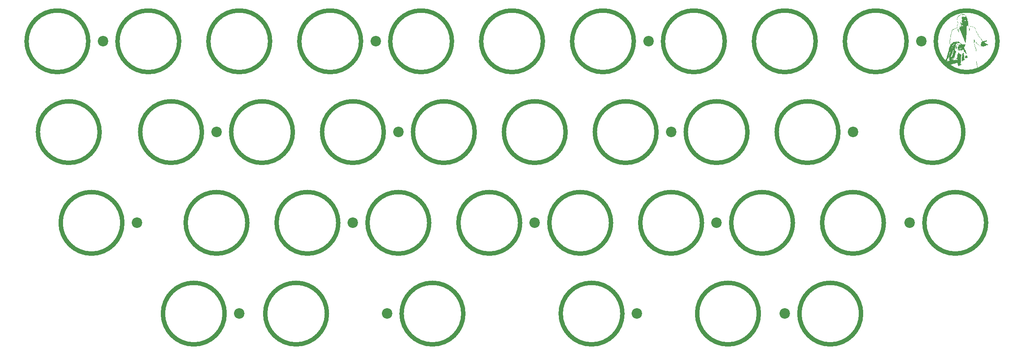
<source format=gbr>
%TF.GenerationSoftware,KiCad,Pcbnew,(7.0.0)*%
%TF.CreationDate,2023-09-28T20:04:14+02:00*%
%TF.ProjectId,travaulta,74726176-6175-46c7-9461-2e6b69636164,rev?*%
%TF.SameCoordinates,Original*%
%TF.FileFunction,Legend,Top*%
%TF.FilePolarity,Positive*%
%FSLAX46Y46*%
G04 Gerber Fmt 4.6, Leading zero omitted, Abs format (unit mm)*
G04 Created by KiCad (PCBNEW (7.0.0)) date 2023-09-28 20:04:14*
%MOMM*%
%LPD*%
G01*
G04 APERTURE LIST*
%ADD10C,0.900000*%
%ADD11C,2.200000*%
G04 APERTURE END LIST*
D10*
%TO.C,SW20*%
X217604500Y-76200000D02*
G75*
G03*
X217604500Y-76200000I-6467000J0D01*
G01*
%TO.C,SW27*%
X169979500Y-95250000D02*
G75*
G03*
X169979500Y-95250000I-6467000J0D01*
G01*
%TO.C,SW15*%
X122354500Y-76200000D02*
G75*
G03*
X122354500Y-76200000I-6467000J0D01*
G01*
%TO.C,SW18*%
X179504500Y-76200000D02*
G75*
G03*
X179504500Y-76200000I-6467000J0D01*
G01*
%TO.C,SW1*%
X60442000Y-57150000D02*
G75*
G03*
X60442000Y-57150000I-6467000J0D01*
G01*
%TO.C,SW9*%
X212842000Y-57150000D02*
G75*
G03*
X212842000Y-57150000I-6467000J0D01*
G01*
%TO.C,SW28*%
X189029500Y-95250000D02*
G75*
G03*
X189029500Y-95250000I-6467000J0D01*
G01*
%TO.C,SW4*%
X117592000Y-57150000D02*
G75*
G03*
X117592000Y-57150000I-6467000J0D01*
G01*
%TO.C,SW17*%
X160454500Y-76200000D02*
G75*
G03*
X160454500Y-76200000I-6467000J0D01*
G01*
%TO.C,SW12*%
X62825000Y-76200000D02*
G75*
G03*
X62825000Y-76200000I-6467000J0D01*
G01*
%TO.C,SW23*%
X93779500Y-95250000D02*
G75*
G03*
X93779500Y-95250000I-6467000J0D01*
G01*
%TO.C,SW34*%
X139022000Y-114300000D02*
G75*
G03*
X139022000Y-114300000I-6467000J0D01*
G01*
%TO.C,SW22*%
X67587000Y-95250000D02*
G75*
G03*
X67587000Y-95250000I-6467000J0D01*
G01*
%TO.C,SW16*%
X141404500Y-76200000D02*
G75*
G03*
X141404500Y-76200000I-6467000J0D01*
G01*
%TO.C,SW14*%
X103304500Y-76200000D02*
G75*
G03*
X103304500Y-76200000I-6467000J0D01*
G01*
%TO.C,SW7*%
X174742000Y-57150000D02*
G75*
G03*
X174742000Y-57150000I-6467000J0D01*
G01*
%TO.C,SW24*%
X112829500Y-95250000D02*
G75*
G03*
X112829500Y-95250000I-6467000J0D01*
G01*
%TO.C,SW11*%
X250942000Y-57150000D02*
G75*
G03*
X250942000Y-57150000I-6467000J0D01*
G01*
%TO.C,SW31*%
X248562000Y-95250000D02*
G75*
G03*
X248562000Y-95250000I-6467000J0D01*
G01*
%TO.C,SW2*%
X79492000Y-57150000D02*
G75*
G03*
X79492000Y-57150000I-6467000J0D01*
G01*
%TO.C,G\u002A\u002A\u002A*%
G36*
X242180616Y-58716357D02*
G01*
X242173263Y-58723711D01*
X242165909Y-58716357D01*
X242173263Y-58709004D01*
X242180616Y-58716357D01*
G37*
G36*
X242827750Y-62393254D02*
G01*
X242820396Y-62400608D01*
X242813042Y-62393254D01*
X242820396Y-62385900D01*
X242827750Y-62393254D01*
G37*
G36*
X242842458Y-62496207D02*
G01*
X242835104Y-62503561D01*
X242827750Y-62496207D01*
X242835104Y-62488853D01*
X242842458Y-62496207D01*
G37*
G36*
X243313100Y-61599044D02*
G01*
X243305747Y-61606398D01*
X243298393Y-61599044D01*
X243305747Y-61591690D01*
X243313100Y-61599044D01*
G37*
G36*
X243357223Y-54054053D02*
G01*
X243349869Y-54061407D01*
X243342516Y-54054053D01*
X243349869Y-54046699D01*
X243357223Y-54054053D01*
G37*
G36*
X243710205Y-53892269D02*
G01*
X243702851Y-53899623D01*
X243695498Y-53892269D01*
X243702851Y-53884916D01*
X243710205Y-53892269D01*
G37*
G36*
X244151433Y-54274667D02*
G01*
X244144079Y-54282020D01*
X244136725Y-54274667D01*
X244144079Y-54267313D01*
X244151433Y-54274667D01*
G37*
G36*
X244313216Y-58378083D02*
G01*
X244305862Y-58385437D01*
X244298509Y-58378083D01*
X244305862Y-58370729D01*
X244313216Y-58378083D01*
G37*
G36*
X244430877Y-58525159D02*
G01*
X244423523Y-58532513D01*
X244416169Y-58525159D01*
X244423523Y-58517805D01*
X244430877Y-58525159D01*
G37*
G36*
X244975058Y-54230544D02*
G01*
X244967704Y-54237898D01*
X244960350Y-54230544D01*
X244967704Y-54223190D01*
X244975058Y-54230544D01*
G37*
G36*
X242190421Y-58684491D02*
G01*
X242188402Y-58693235D01*
X242180616Y-58694296D01*
X242168510Y-58688915D01*
X242170811Y-58684491D01*
X242188266Y-58682731D01*
X242190421Y-58684491D01*
G37*
G36*
X242219837Y-60728845D02*
G01*
X242217818Y-60737589D01*
X242210031Y-60738650D01*
X242197925Y-60733269D01*
X242200226Y-60728845D01*
X242217681Y-60727085D01*
X242219837Y-60728845D01*
G37*
G36*
X243219952Y-53830988D02*
G01*
X243221713Y-53848442D01*
X243219952Y-53850598D01*
X243211209Y-53848579D01*
X243210147Y-53840793D01*
X243215529Y-53828687D01*
X243219952Y-53830988D01*
G37*
G36*
X243596221Y-51786698D02*
G01*
X243598069Y-51792066D01*
X243577837Y-51794116D01*
X243556958Y-51791805D01*
X243559452Y-51786698D01*
X243589564Y-51784755D01*
X243596221Y-51786698D01*
G37*
G36*
X243661180Y-53889818D02*
G01*
X243662940Y-53907273D01*
X243661180Y-53909428D01*
X243652436Y-53907409D01*
X243651375Y-53899623D01*
X243656756Y-53887517D01*
X243661180Y-53889818D01*
G37*
G36*
X244058285Y-60596477D02*
G01*
X244056266Y-60605221D01*
X244048480Y-60606282D01*
X244036374Y-60600901D01*
X244038675Y-60596477D01*
X244056129Y-60594717D01*
X244058285Y-60596477D01*
G37*
G36*
X242599583Y-59763980D02*
G01*
X242592236Y-59786685D01*
X242577524Y-59797365D01*
X242571192Y-59785620D01*
X242573416Y-59768115D01*
X242584439Y-59747853D01*
X242593458Y-59746525D01*
X242599583Y-59763980D01*
G37*
G36*
X242709662Y-55160960D02*
G01*
X242710089Y-55164476D01*
X242698897Y-55178756D01*
X242695382Y-55179183D01*
X242681102Y-55167991D01*
X242680674Y-55164476D01*
X242691866Y-55150195D01*
X242695382Y-55149768D01*
X242709662Y-55160960D01*
G37*
G36*
X242780869Y-62412926D02*
G01*
X242783627Y-62430023D01*
X242777468Y-62453922D01*
X242768920Y-62459438D01*
X242756970Y-62447120D01*
X242754212Y-62430023D01*
X242760371Y-62406123D01*
X242768920Y-62400608D01*
X242780869Y-62412926D01*
G37*
G36*
X242825798Y-62319135D02*
G01*
X242824992Y-62327989D01*
X242806371Y-62350278D01*
X242799254Y-62353727D01*
X242785579Y-62349712D01*
X242786385Y-62340858D01*
X242805006Y-62318569D01*
X242812123Y-62315120D01*
X242825798Y-62319135D01*
G37*
G36*
X242881525Y-62439033D02*
G01*
X242879227Y-62444730D01*
X242866010Y-62458761D01*
X242863651Y-62459438D01*
X242857334Y-62448059D01*
X242857165Y-62444730D01*
X242868472Y-62430588D01*
X242872741Y-62430023D01*
X242881525Y-62439033D01*
G37*
G36*
X243327156Y-59320402D02*
G01*
X243330749Y-59323781D01*
X243340826Y-59343795D01*
X243330749Y-59359079D01*
X243317578Y-59366319D01*
X243313208Y-59348509D01*
X243313100Y-59341430D01*
X243316066Y-59318053D01*
X243327156Y-59320402D01*
G37*
G36*
X245190674Y-54732310D02*
G01*
X245188318Y-54737956D01*
X245168834Y-54752114D01*
X245164520Y-54752663D01*
X245156546Y-54743601D01*
X245158902Y-54737956D01*
X245178386Y-54723797D01*
X245182700Y-54723248D01*
X245190674Y-54732310D01*
G37*
G36*
X244091958Y-52803510D02*
G01*
X244106933Y-52824830D01*
X244100433Y-52846589D01*
X244078763Y-52855385D01*
X244051156Y-52849433D01*
X244042156Y-52842344D01*
X244044386Y-52823925D01*
X244062832Y-52807067D01*
X244085371Y-52801222D01*
X244091958Y-52803510D01*
G37*
G36*
X242623773Y-55016216D02*
G01*
X242624588Y-55020279D01*
X242627563Y-55054895D01*
X242625336Y-55073108D01*
X242612112Y-55090447D01*
X242598461Y-55083566D01*
X242592654Y-55057846D01*
X242598205Y-55022252D01*
X242605388Y-55005017D01*
X242616102Y-54997101D01*
X242623773Y-55016216D01*
G37*
G36*
X243435021Y-51690657D02*
G01*
X243453338Y-51696419D01*
X243452705Y-51701026D01*
X243429939Y-51705460D01*
X243381853Y-51710699D01*
X243364577Y-51712336D01*
X243276331Y-51720565D01*
X243342516Y-51702329D01*
X243388149Y-51692613D01*
X243425349Y-51689561D01*
X243435021Y-51690657D01*
G37*
G36*
X242456376Y-57879067D02*
G01*
X242482988Y-57892265D01*
X242500306Y-57907147D01*
X242494918Y-57913057D01*
X242465576Y-57914326D01*
X242415271Y-57917827D01*
X242373653Y-57923986D01*
X242339175Y-57926433D01*
X242327692Y-57917150D01*
X242340424Y-57893499D01*
X242372368Y-57878266D01*
X242414145Y-57872955D01*
X242456376Y-57879067D01*
G37*
G36*
X243405023Y-52104103D02*
G01*
X243415949Y-52116532D01*
X243416053Y-52118336D01*
X243403553Y-52128583D01*
X243374863Y-52137028D01*
X243343196Y-52141083D01*
X243321766Y-52138158D01*
X243320370Y-52137081D01*
X243313298Y-52117388D01*
X243313100Y-52113392D01*
X243323067Y-52103027D01*
X243355220Y-52100339D01*
X243405023Y-52104103D01*
G37*
G36*
X242080759Y-60623842D02*
G01*
X242123343Y-60631035D01*
X242158657Y-60640522D01*
X242178537Y-60650258D01*
X242178979Y-60656058D01*
X242152987Y-60665227D01*
X242110759Y-60669351D01*
X242065137Y-60667800D01*
X242037941Y-60662968D01*
X241996252Y-60647642D01*
X241982972Y-60634075D01*
X241998041Y-60624462D01*
X242039069Y-60620990D01*
X242080759Y-60623842D01*
G37*
G36*
X244035813Y-60112480D02*
G01*
X244038001Y-60135334D01*
X244032524Y-60176085D01*
X244023950Y-60226458D01*
X244016505Y-60270555D01*
X244014473Y-60282715D01*
X244011368Y-60287412D01*
X244008595Y-60266983D01*
X244006653Y-60225717D01*
X244006360Y-60212854D01*
X244006668Y-60154673D01*
X244010829Y-60121039D01*
X244019641Y-60107244D01*
X244024410Y-60106224D01*
X244035813Y-60112480D01*
G37*
G36*
X240590779Y-61219368D02*
G01*
X240616414Y-61236412D01*
X240618361Y-61263844D01*
X240597399Y-61295725D01*
X240578727Y-61311365D01*
X240541725Y-61332412D01*
X240501846Y-61347474D01*
X240467568Y-61354367D01*
X240447368Y-61350909D01*
X240445121Y-61345779D01*
X240455013Y-61326124D01*
X240474161Y-61305232D01*
X240499694Y-61275262D01*
X240511490Y-61252835D01*
X240533899Y-61222984D01*
X240573313Y-61216099D01*
X240590779Y-61219368D01*
G37*
G36*
X243189972Y-53647823D02*
G01*
X243205318Y-53680682D01*
X243209791Y-53724538D01*
X243203214Y-53763544D01*
X243189823Y-53795722D01*
X243176880Y-53811146D01*
X243175560Y-53811378D01*
X243168647Y-53800607D01*
X243170979Y-53790267D01*
X243169774Y-53768946D01*
X243163190Y-53763859D01*
X243152882Y-53747240D01*
X243146103Y-53711938D01*
X243145084Y-53696725D01*
X243146323Y-53655928D01*
X243155374Y-53637669D01*
X243166314Y-53634887D01*
X243189972Y-53647823D01*
G37*
G36*
X242625232Y-57748540D02*
G01*
X242700287Y-57770442D01*
X242732151Y-57782992D01*
X242747829Y-57791321D01*
X242738516Y-57795101D01*
X242715512Y-57796138D01*
X242677058Y-57804694D01*
X242643195Y-57832637D01*
X242630195Y-57848610D01*
X242604267Y-57881286D01*
X242584681Y-57895105D01*
X242560109Y-57893063D01*
X242519222Y-57878152D01*
X242518891Y-57878025D01*
X242475116Y-57864273D01*
X242437188Y-57857239D01*
X242434322Y-57857083D01*
X242406578Y-57850337D01*
X242406052Y-57833300D01*
X242432642Y-57806572D01*
X242444702Y-57797597D01*
X242505106Y-57761728D01*
X242562727Y-57745506D01*
X242625232Y-57748540D01*
G37*
G36*
X243280266Y-53875704D02*
G01*
X243270511Y-53883657D01*
X243258479Y-53903398D01*
X243261999Y-53926882D01*
X243277524Y-53940378D01*
X243285114Y-53940206D01*
X243304818Y-53947898D01*
X243308814Y-53954787D01*
X243305104Y-53967028D01*
X243288591Y-53964617D01*
X243270328Y-53960009D01*
X243276454Y-53968196D01*
X243285984Y-53976251D01*
X243302069Y-54000735D01*
X243296284Y-54021575D01*
X243277530Y-54039852D01*
X243254822Y-54047094D01*
X243240208Y-54040328D01*
X243239212Y-54035668D01*
X243235914Y-54015319D01*
X243228192Y-53978829D01*
X243225961Y-53969078D01*
X243223201Y-53919538D01*
X243238688Y-53884818D01*
X243269712Y-53870522D01*
X243273705Y-53870433D01*
X243280266Y-53875704D01*
G37*
G36*
X242973817Y-54279140D02*
G01*
X242984076Y-54305761D01*
X242996204Y-54356590D01*
X243002027Y-54387535D01*
X243015140Y-54450876D01*
X243033731Y-54526880D01*
X243054040Y-54600282D01*
X243056400Y-54608148D01*
X243085289Y-54716399D01*
X243099521Y-54801825D01*
X243099101Y-54863755D01*
X243084036Y-54901519D01*
X243054329Y-54914445D01*
X243053917Y-54914447D01*
X243041895Y-54905758D01*
X243035482Y-54876698D01*
X243033656Y-54825234D01*
X243031490Y-54773011D01*
X243025886Y-54730148D01*
X243020069Y-54710634D01*
X243011078Y-54681959D01*
X243000663Y-54629550D01*
X242989668Y-54559001D01*
X242978936Y-54475906D01*
X242969311Y-54385858D01*
X242966520Y-54355558D01*
X242963812Y-54302934D01*
X242966654Y-54277829D01*
X242973817Y-54279140D01*
G37*
G36*
X244768407Y-62097331D02*
G01*
X244770641Y-62113562D01*
X244745593Y-62139672D01*
X244744543Y-62140502D01*
X244706224Y-62170644D01*
X244717216Y-62333425D01*
X244726054Y-62464641D01*
X244733048Y-62569448D01*
X244738373Y-62650783D01*
X244742202Y-62711583D01*
X244744710Y-62754785D01*
X244746070Y-62783326D01*
X244746458Y-62800142D01*
X244746048Y-62808172D01*
X244745485Y-62810003D01*
X244737104Y-62802699D01*
X244724535Y-62782083D01*
X244716005Y-62750060D01*
X244710442Y-62694767D01*
X244708390Y-62622250D01*
X244708476Y-62603341D01*
X244707587Y-62531820D01*
X244703923Y-62463219D01*
X244698165Y-62408264D01*
X244694942Y-62390258D01*
X244688457Y-62338872D01*
X244688406Y-62279008D01*
X244693758Y-62217644D01*
X244703484Y-62161761D01*
X244716555Y-62118336D01*
X244731941Y-62094349D01*
X244738977Y-62091748D01*
X244768407Y-62097331D01*
G37*
G36*
X243587292Y-51597886D02*
G01*
X243621960Y-51597886D01*
X243629313Y-51605240D01*
X243636667Y-51597886D01*
X243629313Y-51590532D01*
X243621960Y-51597886D01*
X243587292Y-51597886D01*
X243617253Y-51582038D01*
X243656102Y-51575624D01*
X243701055Y-51572620D01*
X243735943Y-51566555D01*
X243761759Y-51565166D01*
X243769036Y-51573132D01*
X243756333Y-51586271D01*
X243728590Y-51594706D01*
X243705599Y-51598877D01*
X243708888Y-51601451D01*
X243739620Y-51603682D01*
X243791097Y-51606531D01*
X243732267Y-51627725D01*
X243687960Y-51641342D01*
X243650866Y-51648875D01*
X243644021Y-51649366D01*
X243624702Y-51651925D01*
X243632586Y-51661362D01*
X243636667Y-51664070D01*
X243648516Y-51674902D01*
X243634014Y-51678413D01*
X243626862Y-51678553D01*
X243598568Y-51686196D01*
X243588338Y-51697162D01*
X243577213Y-51708106D01*
X243553369Y-51698882D01*
X243552231Y-51698216D01*
X243523454Y-51688465D01*
X243506186Y-51697481D01*
X243492049Y-51704868D01*
X243489591Y-51699699D01*
X243498209Y-51675110D01*
X243518003Y-51646026D01*
X243539881Y-51624389D01*
X243550306Y-51619948D01*
X243571947Y-51610522D01*
X243587292Y-51597886D01*
G37*
G36*
X244995525Y-54266015D02*
G01*
X244997119Y-54267313D01*
X245015596Y-54288325D01*
X245019180Y-54298093D01*
X245024896Y-54317245D01*
X245039716Y-54354170D01*
X245055949Y-54390949D01*
X245075485Y-54434868D01*
X245088820Y-54467159D01*
X245092718Y-54479195D01*
X245098306Y-54495822D01*
X245112762Y-54530708D01*
X245127761Y-54564706D01*
X245156601Y-54631109D01*
X245172023Y-54675156D01*
X245174118Y-54700622D01*
X245162978Y-54711280D01*
X245138695Y-54710902D01*
X245131285Y-54709656D01*
X245124097Y-54719351D01*
X245126129Y-54736939D01*
X245122127Y-54766709D01*
X245096025Y-54808262D01*
X245075282Y-54833165D01*
X245041717Y-54868597D01*
X245014297Y-54892744D01*
X245001295Y-54899739D01*
X244994067Y-54885234D01*
X244990893Y-54841975D01*
X244991795Y-54770343D01*
X244992875Y-54743129D01*
X244997143Y-54668842D01*
X245002731Y-54618808D01*
X245010566Y-54587867D01*
X245021579Y-54570858D01*
X245024316Y-54568622D01*
X245035345Y-54557917D01*
X245039635Y-54542475D01*
X245036657Y-54516103D01*
X245025881Y-54472607D01*
X245011925Y-54423504D01*
X244990742Y-54347642D01*
X244978780Y-54296793D01*
X244975768Y-54268126D01*
X244981439Y-54258810D01*
X244995525Y-54266015D01*
G37*
G36*
X242705769Y-54325096D02*
G01*
X242714180Y-54361887D01*
X242720624Y-54415526D01*
X242724202Y-54479730D01*
X242724635Y-54509253D01*
X242723465Y-54557532D01*
X242719063Y-54580448D01*
X242710436Y-54581964D01*
X242707148Y-54579114D01*
X242683461Y-54562605D01*
X242672602Y-54570780D01*
X242673497Y-54587203D01*
X242678353Y-54614890D01*
X242679549Y-54623377D01*
X242689874Y-54639901D01*
X242713383Y-54665767D01*
X242715144Y-54667499D01*
X242744615Y-54703996D01*
X242767518Y-54752165D01*
X242786475Y-54818624D01*
X242798458Y-54877678D01*
X242809443Y-54938032D01*
X242822767Y-55011444D01*
X242835547Y-55082026D01*
X242835552Y-55082053D01*
X242846579Y-55140556D01*
X242856760Y-55190273D01*
X242864199Y-55222032D01*
X242865200Y-55225452D01*
X242865361Y-55248264D01*
X242850355Y-55250518D01*
X242831019Y-55234337D01*
X242819134Y-55215018D01*
X242796946Y-55174757D01*
X242767328Y-55118909D01*
X242733152Y-55052832D01*
X242722588Y-55032107D01*
X242629198Y-54848263D01*
X242630280Y-54685841D01*
X242633091Y-54613679D01*
X242639938Y-54538297D01*
X242649815Y-54465398D01*
X242661719Y-54400683D01*
X242674643Y-54349851D01*
X242687582Y-54318605D01*
X242696293Y-54311436D01*
X242705769Y-54325096D01*
G37*
G36*
X243831416Y-59538708D02*
G01*
X243860586Y-59561059D01*
X243863801Y-59565316D01*
X243878491Y-59602038D01*
X243886369Y-59654236D01*
X243886966Y-59671946D01*
X243889229Y-59718798D01*
X243895091Y-59784260D01*
X243903534Y-59857891D01*
X243909227Y-59900318D01*
X243920096Y-59986695D01*
X243930044Y-60083340D01*
X243937421Y-60173648D01*
X243939152Y-60201824D01*
X243943997Y-60272389D01*
X243950366Y-60338867D01*
X243957216Y-60391154D01*
X243960526Y-60408953D01*
X243969185Y-60464856D01*
X243973111Y-60524740D01*
X243973118Y-60533968D01*
X243974075Y-60571873D01*
X243978300Y-60619048D01*
X243986455Y-60680583D01*
X243999200Y-60761564D01*
X244014044Y-60848957D01*
X244019516Y-60888337D01*
X244025456Y-60942723D01*
X244028968Y-60981326D01*
X244036241Y-61069571D01*
X243972500Y-61094701D01*
X243929895Y-61110374D01*
X243869357Y-61131235D01*
X243801062Y-61153813D01*
X243768681Y-61164188D01*
X243705635Y-61185315D01*
X243650845Y-61205788D01*
X243612046Y-61222614D01*
X243599944Y-61229503D01*
X243581116Y-61247505D01*
X243581710Y-61267786D01*
X243591845Y-61288878D01*
X243604259Y-61318045D01*
X243598471Y-61336300D01*
X243584091Y-61348719D01*
X243552647Y-61367857D01*
X243533770Y-61364493D01*
X243523133Y-61345338D01*
X243504542Y-61315037D01*
X243494158Y-61304893D01*
X243474269Y-61278360D01*
X243452857Y-61232712D01*
X243433384Y-61177821D01*
X243419315Y-61123559D01*
X243414112Y-61079800D01*
X243414188Y-61076925D01*
X243420362Y-61029886D01*
X243433099Y-60975172D01*
X243437913Y-60959264D01*
X243447203Y-60919352D01*
X243457051Y-60858071D01*
X243466348Y-60783425D01*
X243473980Y-60703412D01*
X243474678Y-60694528D01*
X243482747Y-60592442D01*
X243489909Y-60511676D01*
X243497166Y-60444197D01*
X243505521Y-60381971D01*
X243515979Y-60316965D01*
X243529542Y-60241146D01*
X243534922Y-60212108D01*
X243547623Y-60129991D01*
X243557356Y-60040603D01*
X243562615Y-59958910D01*
X243563129Y-59931656D01*
X243570308Y-59811813D01*
X243591500Y-59714335D01*
X243626187Y-59640389D01*
X243673852Y-59591136D01*
X243724131Y-59569569D01*
X243758185Y-59558618D01*
X243777089Y-59546205D01*
X243799842Y-59532932D01*
X243831416Y-59538708D01*
G37*
G36*
X244447600Y-60128286D02*
G01*
X244475000Y-60128286D01*
X244482353Y-60135639D01*
X244489707Y-60128286D01*
X244482353Y-60120932D01*
X244475000Y-60128286D01*
X244447600Y-60128286D01*
X244451730Y-60113221D01*
X244473791Y-60107250D01*
X244512244Y-60114657D01*
X244531490Y-60124521D01*
X244549418Y-60146122D01*
X244568712Y-60184243D01*
X244592059Y-60243666D01*
X244605052Y-60279905D01*
X244622912Y-60325748D01*
X244639919Y-60361600D01*
X244647429Y-60373420D01*
X244662900Y-60401759D01*
X244674777Y-60436790D01*
X244690228Y-60480312D01*
X244712675Y-60526055D01*
X244713899Y-60528152D01*
X244734746Y-60569220D01*
X244737810Y-60596935D01*
X244720157Y-60614301D01*
X244678857Y-60624325D01*
X244614722Y-60629802D01*
X244545207Y-60635063D01*
X244474799Y-60642513D01*
X244418425Y-60650568D01*
X244417145Y-60650796D01*
X244366658Y-60657807D01*
X244311003Y-60662402D01*
X244256407Y-60664549D01*
X244209095Y-60664217D01*
X244175293Y-60661376D01*
X244161226Y-60655994D01*
X244163982Y-60652050D01*
X244176219Y-60638004D01*
X244170336Y-60615454D01*
X244164573Y-60604476D01*
X244151260Y-60572332D01*
X244148737Y-60552238D01*
X244141583Y-60529335D01*
X244137115Y-60525632D01*
X244124426Y-60504662D01*
X244122018Y-60487754D01*
X244116171Y-60464322D01*
X244108437Y-60459206D01*
X244104987Y-60447959D01*
X244114312Y-60420384D01*
X244116708Y-60415405D01*
X244130230Y-60391264D01*
X244145594Y-60379100D01*
X244171458Y-60376176D01*
X244216479Y-60379754D01*
X244226244Y-60380768D01*
X244274799Y-60384858D01*
X244299915Y-60383509D01*
X244307220Y-60375783D01*
X244305356Y-60367591D01*
X244287508Y-60347109D01*
X244253669Y-60323712D01*
X244242492Y-60317659D01*
X244206780Y-60298465D01*
X244183809Y-60284181D01*
X244180848Y-60281643D01*
X244162368Y-60270127D01*
X244144311Y-60262398D01*
X244128012Y-60253968D01*
X244132959Y-60244505D01*
X244162021Y-60228868D01*
X244163428Y-60228187D01*
X244195179Y-60207040D01*
X244204796Y-60187188D01*
X244204284Y-60185395D01*
X244203806Y-60163211D01*
X244223921Y-60158584D01*
X244261417Y-60171791D01*
X244275498Y-60179229D01*
X244309199Y-60196294D01*
X244324637Y-60197693D01*
X244327924Y-60186865D01*
X244337956Y-60171633D01*
X244370920Y-60165406D01*
X244386754Y-60165055D01*
X244425243Y-60162588D01*
X244442254Y-60152618D01*
X244445584Y-60135639D01*
X244447600Y-60128286D01*
G37*
G36*
X242149021Y-58534182D02*
G01*
X242268862Y-58534182D01*
X242280938Y-58544370D01*
X242309068Y-58546341D01*
X242341110Y-58540246D01*
X242356681Y-58533087D01*
X242371731Y-58518527D01*
X242371389Y-58512994D01*
X242352380Y-58509621D01*
X242320663Y-58513300D01*
X242288993Y-58521395D01*
X242270121Y-58531271D01*
X242268862Y-58534182D01*
X242149021Y-58534182D01*
X242155313Y-58378906D01*
X242159998Y-58283559D01*
X242166285Y-58212630D01*
X242175799Y-58161121D01*
X242190167Y-58124035D01*
X242211013Y-58096372D01*
X242239962Y-58073137D01*
X242258630Y-58061223D01*
X242297761Y-58044908D01*
X242345338Y-58035038D01*
X242391388Y-58032453D01*
X242425934Y-58037994D01*
X242437377Y-58046156D01*
X242433599Y-58063920D01*
X242417539Y-58079684D01*
X242377135Y-58115607D01*
X242335585Y-58165155D01*
X242296424Y-58222210D01*
X242263193Y-58280657D01*
X242239427Y-58334377D01*
X242228665Y-58377253D01*
X242232149Y-58400236D01*
X242248237Y-58408900D01*
X242266385Y-58393797D01*
X242282618Y-58359948D01*
X242291066Y-58325760D01*
X242301236Y-58289285D01*
X242314635Y-58269158D01*
X242318746Y-58267776D01*
X242343687Y-58279323D01*
X242375478Y-58308422D01*
X242406958Y-58346758D01*
X242430971Y-58386016D01*
X242439046Y-58407498D01*
X242454174Y-58455292D01*
X242470035Y-58492413D01*
X242479912Y-58516169D01*
X242480031Y-58537516D01*
X242468097Y-58564875D01*
X242441816Y-58606667D01*
X242436870Y-58614135D01*
X242391799Y-58675163D01*
X242355764Y-58708642D01*
X242328373Y-58714888D01*
X242318661Y-58708797D01*
X242296891Y-58701878D01*
X242267350Y-58705414D01*
X242244272Y-58716416D01*
X242239447Y-58725427D01*
X242252172Y-58735496D01*
X242279893Y-58740422D01*
X242305140Y-58742427D01*
X242302381Y-58745575D01*
X242287246Y-58748798D01*
X242260416Y-58764096D01*
X242254154Y-58790918D01*
X242245279Y-58820113D01*
X242221374Y-58825058D01*
X242201225Y-58815408D01*
X242186813Y-58790695D01*
X242189005Y-58757293D01*
X242206754Y-58730040D01*
X242207291Y-58729637D01*
X242220858Y-58712331D01*
X242218857Y-58686942D01*
X242254154Y-58686942D01*
X242261508Y-58694296D01*
X242268862Y-58686942D01*
X242261508Y-58679589D01*
X242254154Y-58686942D01*
X242218857Y-58686942D01*
X242218716Y-58685153D01*
X242213019Y-58667130D01*
X242208302Y-58650173D01*
X242239447Y-58650173D01*
X242244465Y-58664499D01*
X242245932Y-58664881D01*
X242258489Y-58654575D01*
X242261508Y-58650173D01*
X242260342Y-58636621D01*
X242255022Y-58635466D01*
X242240045Y-58646142D01*
X242239447Y-58650173D01*
X242208302Y-58650173D01*
X242204123Y-58635148D01*
X242208679Y-58622330D01*
X242218150Y-58620758D01*
X242237181Y-58609976D01*
X242239447Y-58601244D01*
X242228490Y-58588100D01*
X242193793Y-58588432D01*
X242192995Y-58588548D01*
X242146542Y-58595365D01*
X242148195Y-58554574D01*
X242239447Y-58554574D01*
X242246800Y-58561928D01*
X242254154Y-58554574D01*
X242246800Y-58547220D01*
X242239447Y-58554574D01*
X242148195Y-58554574D01*
X242149021Y-58534182D01*
G37*
G36*
X243500220Y-52488563D02*
G01*
X244563245Y-52488563D01*
X244574463Y-52502007D01*
X244577953Y-52502403D01*
X244590860Y-52490431D01*
X244592660Y-52479473D01*
X244585530Y-52464250D01*
X244577953Y-52465634D01*
X244563806Y-52484437D01*
X244563245Y-52488563D01*
X243500220Y-52488563D01*
X243489444Y-52441735D01*
X243475786Y-52415060D01*
X243455215Y-52378778D01*
X243441544Y-52324211D01*
X243435994Y-52261936D01*
X243439788Y-52202529D01*
X243447606Y-52171109D01*
X243458585Y-52128418D01*
X243453424Y-52098606D01*
X243449734Y-52091954D01*
X243442272Y-52070921D01*
X243453650Y-52051499D01*
X243475980Y-52033275D01*
X243504593Y-52006612D01*
X243518696Y-51982667D01*
X243519007Y-51979843D01*
X243529127Y-51960590D01*
X243537530Y-51958222D01*
X243558919Y-51946952D01*
X243575102Y-51927721D01*
X243595801Y-51907210D01*
X243628878Y-51885235D01*
X243664637Y-51866958D01*
X243693376Y-51857545D01*
X243704144Y-51859012D01*
X243698838Y-51872039D01*
X243678501Y-51897028D01*
X243650305Y-51926655D01*
X243621428Y-51953592D01*
X243599043Y-51970514D01*
X243592577Y-51972930D01*
X243579105Y-51984660D01*
X243577837Y-51992630D01*
X243565780Y-52012333D01*
X243538831Y-52030103D01*
X243513259Y-52047502D01*
X243513864Y-52061915D01*
X243534909Y-52063163D01*
X243577546Y-52048879D01*
X243630085Y-52024488D01*
X243690969Y-51995053D01*
X243733194Y-51979071D01*
X243763666Y-51975447D01*
X243789292Y-51983085D01*
X243810072Y-51995956D01*
X243834684Y-52006966D01*
X243875052Y-52014835D01*
X243935691Y-52020150D01*
X244021116Y-52023494D01*
X244022928Y-52023541D01*
X244098313Y-52025261D01*
X244150167Y-52025264D01*
X244184366Y-52022584D01*
X244206785Y-52016254D01*
X244223299Y-52005308D01*
X244239783Y-51988781D01*
X244240778Y-51987721D01*
X244288903Y-51920700D01*
X244307650Y-51853174D01*
X244297041Y-51784484D01*
X244257102Y-51713975D01*
X244250979Y-51706155D01*
X244218288Y-51673935D01*
X244176097Y-51643614D01*
X244130569Y-51618054D01*
X244087865Y-51600117D01*
X244054148Y-51592666D01*
X244035578Y-51598565D01*
X244033772Y-51605240D01*
X244045622Y-51618431D01*
X244054965Y-51619948D01*
X244077335Y-51628140D01*
X244091235Y-51645172D01*
X244089327Y-51657541D01*
X244071631Y-51657605D01*
X244043670Y-51645152D01*
X244017344Y-51627002D01*
X244004554Y-51609974D01*
X244004472Y-51608917D01*
X243992630Y-51590354D01*
X243985972Y-51588292D01*
X243957032Y-51583538D01*
X243952880Y-51582635D01*
X243928896Y-51579780D01*
X243891143Y-51577580D01*
X243889505Y-51577521D01*
X243857641Y-51572508D01*
X243849599Y-51561823D01*
X243850206Y-51560666D01*
X243869686Y-51552586D01*
X243905836Y-51552368D01*
X243913581Y-51553328D01*
X243967588Y-51561149D01*
X243923465Y-51539898D01*
X243832689Y-51509035D01*
X243723444Y-51492728D01*
X243602836Y-51491003D01*
X243477972Y-51503886D01*
X243355957Y-51531400D01*
X243335162Y-51537807D01*
X243223843Y-51579071D01*
X243123095Y-51629247D01*
X243026031Y-51692692D01*
X242925763Y-51773762D01*
X242845646Y-51847479D01*
X242768486Y-51923987D01*
X242709860Y-51989245D01*
X242664963Y-52049909D01*
X242628989Y-52112634D01*
X242597134Y-52184074D01*
X242590483Y-52200897D01*
X242560096Y-52297184D01*
X242538168Y-52403639D01*
X242525800Y-52510946D01*
X242524095Y-52609786D01*
X242533108Y-52686247D01*
X242543729Y-52741013D01*
X242555022Y-52808628D01*
X242562918Y-52862738D01*
X242575940Y-52932649D01*
X242596849Y-53014119D01*
X242623114Y-53099703D01*
X242652206Y-53181960D01*
X242681595Y-53253445D01*
X242708751Y-53306716D01*
X242719024Y-53322053D01*
X242757021Y-53371870D01*
X242719928Y-53426164D01*
X242690677Y-53474941D01*
X242657896Y-53538618D01*
X242626343Y-53606937D01*
X242600779Y-53669639D01*
X242586700Y-53713301D01*
X242572781Y-53748267D01*
X242547518Y-53794765D01*
X242525663Y-53828935D01*
X242498139Y-53872335D01*
X242478981Y-53908960D01*
X242473074Y-53927012D01*
X242476404Y-53986188D01*
X242497786Y-54028128D01*
X242505610Y-54036241D01*
X242529375Y-54064108D01*
X242531647Y-54078622D01*
X242514562Y-54075495D01*
X242493153Y-54061239D01*
X242441487Y-54006645D01*
X242417620Y-53947450D01*
X242421960Y-53886603D01*
X242454911Y-53827051D01*
X242460060Y-53820979D01*
X242486550Y-53788793D01*
X242502291Y-53765772D01*
X242504183Y-53760726D01*
X242510035Y-53742501D01*
X242525687Y-53704307D01*
X242548287Y-53652731D01*
X242574982Y-53594357D01*
X242590563Y-53561349D01*
X242609343Y-53525663D01*
X242635163Y-53480673D01*
X242644162Y-53465749D01*
X242671836Y-53406657D01*
X242679264Y-53355786D01*
X242665911Y-53318455D01*
X242659558Y-53312104D01*
X242640937Y-53285309D01*
X242629113Y-53252104D01*
X242616551Y-53211324D01*
X242596921Y-53162747D01*
X242591217Y-53150501D01*
X242577462Y-53119423D01*
X242565635Y-53085243D01*
X242554324Y-53042228D01*
X242542113Y-52984643D01*
X242527592Y-52906752D01*
X242518494Y-52855385D01*
X242507405Y-52794405D01*
X242496028Y-52735446D01*
X242488896Y-52700955D01*
X242473821Y-52575683D01*
X242478594Y-52438557D01*
X242501895Y-52298151D01*
X242542407Y-52163039D01*
X242586937Y-52063359D01*
X242637816Y-51970242D01*
X242680449Y-51900185D01*
X242718005Y-51849135D01*
X242753654Y-51813044D01*
X242790567Y-51787860D01*
X242810084Y-51778271D01*
X242889707Y-51737762D01*
X242975267Y-51685707D01*
X243054063Y-51630205D01*
X243095555Y-51596191D01*
X243156527Y-51555421D01*
X243231288Y-51525589D01*
X243235278Y-51524482D01*
X243300440Y-51506560D01*
X243372496Y-51486385D01*
X243408700Y-51476094D01*
X243465743Y-51463499D01*
X243535815Y-51455478D01*
X243625042Y-51451493D01*
X243695821Y-51450810D01*
X243795726Y-51452425D01*
X243873184Y-51458146D01*
X243935031Y-51469284D01*
X243988102Y-51487152D01*
X244039234Y-51513062D01*
X244048480Y-51518513D01*
X244073790Y-51531969D01*
X244114940Y-51552226D01*
X244144867Y-51566405D01*
X244233472Y-51618137D01*
X244303869Y-51680531D01*
X244353248Y-51749764D01*
X244378797Y-51822013D01*
X244379320Y-51885157D01*
X244376155Y-51917312D01*
X244380089Y-51948446D01*
X244393395Y-51986339D01*
X244418349Y-52038770D01*
X244431997Y-52065354D01*
X244467556Y-52130369D01*
X244506181Y-52195482D01*
X244540845Y-52248970D01*
X244548489Y-52259727D01*
X244592808Y-52328020D01*
X244623931Y-52391925D01*
X244639745Y-52445937D01*
X244638136Y-52484547D01*
X244636320Y-52488561D01*
X244622862Y-52534868D01*
X244631263Y-52575206D01*
X244643750Y-52590327D01*
X244657135Y-52606385D01*
X244654647Y-52627114D01*
X244643750Y-52650228D01*
X244624202Y-52711669D01*
X244631683Y-52766024D01*
X244644605Y-52788335D01*
X244661650Y-52819004D01*
X244666198Y-52837855D01*
X244676115Y-52859250D01*
X244701562Y-52891554D01*
X244723343Y-52914284D01*
X244760409Y-52957401D01*
X244789762Y-53004030D01*
X244798523Y-53024389D01*
X244808529Y-53063273D01*
X244804117Y-53091349D01*
X244783057Y-53124352D01*
X244749555Y-53169665D01*
X244783273Y-53228250D01*
X244795667Y-53251018D01*
X244804334Y-53272781D01*
X244809676Y-53298755D01*
X244812096Y-53334152D01*
X244811996Y-53384186D01*
X244809779Y-53454070D01*
X244806626Y-53530722D01*
X244800267Y-53647534D01*
X244792357Y-53735236D01*
X244782909Y-53793729D01*
X244775289Y-53817442D01*
X244761974Y-53847568D01*
X244757851Y-53863120D01*
X244758057Y-53863434D01*
X244798927Y-53887325D01*
X244859172Y-53909842D01*
X244928807Y-53927809D01*
X244990552Y-53937396D01*
X245062730Y-53947159D01*
X245139973Y-53961745D01*
X245195625Y-53975340D01*
X245254082Y-53989717D01*
X245309548Y-53999587D01*
X245344040Y-54002576D01*
X245390677Y-54007104D01*
X245446653Y-54018525D01*
X245469101Y-54024765D01*
X245509568Y-54035716D01*
X245571532Y-54050676D01*
X245647635Y-54067947D01*
X245730519Y-54085830D01*
X245761368Y-54092248D01*
X245861694Y-54113730D01*
X245939351Y-54133172D01*
X246000696Y-54153323D01*
X246052084Y-54176930D01*
X246099870Y-54206742D01*
X246150409Y-54245506D01*
X246187298Y-54276424D01*
X246246434Y-54329463D01*
X246286140Y-54373631D01*
X246311135Y-54416860D01*
X246326135Y-54467079D01*
X246334974Y-54524696D01*
X246349470Y-54597057D01*
X246376549Y-54687938D01*
X246413472Y-54790745D01*
X246457499Y-54898887D01*
X246505891Y-55005773D01*
X246555909Y-55104812D01*
X246604815Y-55189412D01*
X246622228Y-55215952D01*
X246655494Y-55266390D01*
X246690803Y-55322636D01*
X246701868Y-55340967D01*
X246735387Y-55394497D01*
X246772329Y-55449476D01*
X246784084Y-55465981D01*
X246827549Y-55538746D01*
X246868358Y-55630835D01*
X246902752Y-55732177D01*
X246926974Y-55832702D01*
X246931779Y-55861772D01*
X246949081Y-55954506D01*
X246971157Y-56021453D01*
X246999584Y-56066067D01*
X247035940Y-56091801D01*
X247037056Y-56092270D01*
X247112956Y-56137251D01*
X247168815Y-56202544D01*
X247183224Y-56228489D01*
X247230978Y-56304865D01*
X247284316Y-56356013D01*
X247338284Y-56379321D01*
X247379891Y-56395293D01*
X247419327Y-56428984D01*
X247459177Y-56483564D01*
X247502027Y-56562206D01*
X247522593Y-56605455D01*
X247580874Y-56712907D01*
X247650592Y-56803339D01*
X247664949Y-56818715D01*
X247717917Y-56879169D01*
X247752882Y-56933459D01*
X247776272Y-56991424D01*
X247804023Y-57058433D01*
X247838917Y-57099125D01*
X247884746Y-57116405D01*
X247936983Y-57114576D01*
X247977735Y-57108508D01*
X248037962Y-57099812D01*
X248107998Y-57089874D01*
X248150056Y-57083984D01*
X248217368Y-57073019D01*
X248276561Y-57060491D01*
X248319708Y-57048230D01*
X248335594Y-57041141D01*
X248359538Y-57030920D01*
X248404463Y-57015973D01*
X248462741Y-56998423D01*
X248526748Y-56980394D01*
X248588856Y-56964011D01*
X248641440Y-56951397D01*
X248676874Y-56944677D01*
X248683995Y-56944109D01*
X248707821Y-56956784D01*
X248728766Y-56987479D01*
X248739799Y-57025093D01*
X248740199Y-57032878D01*
X248731578Y-57065486D01*
X248710005Y-57105366D01*
X248681914Y-57143552D01*
X248653739Y-57171081D01*
X248635012Y-57179415D01*
X248614476Y-57185555D01*
X248578492Y-57201093D01*
X248559321Y-57210376D01*
X248498693Y-57231841D01*
X248421116Y-57246170D01*
X248390971Y-57249074D01*
X248330639Y-57255181D01*
X248290801Y-57264667D01*
X248262543Y-57280304D01*
X248247572Y-57293657D01*
X248222995Y-57321037D01*
X248210968Y-57339939D01*
X248210726Y-57341430D01*
X248220064Y-57357360D01*
X248244082Y-57386702D01*
X248265880Y-57410624D01*
X248302504Y-57452881D01*
X248333625Y-57494829D01*
X248344394Y-57512400D01*
X248371199Y-57545084D01*
X248416756Y-57573024D01*
X248454701Y-57588993D01*
X248511521Y-57613051D01*
X248565785Y-57639977D01*
X248594276Y-57656666D01*
X248630268Y-57677926D01*
X248684303Y-57706998D01*
X248747740Y-57739313D01*
X248787021Y-57758506D01*
X248856325Y-57792443D01*
X248903658Y-57818347D01*
X248933860Y-57840284D01*
X248951771Y-57862318D01*
X248962232Y-57888516D01*
X248967396Y-57910019D01*
X248971444Y-57938108D01*
X248964492Y-57956345D01*
X248940680Y-57972294D01*
X248907149Y-57987784D01*
X248851683Y-58005725D01*
X248795345Y-58008405D01*
X248732071Y-57994827D01*
X248655794Y-57963993D01*
X248603086Y-57937746D01*
X248551241Y-57912916D01*
X248506166Y-57895199D01*
X248471948Y-57885422D01*
X248452672Y-57884411D01*
X248452424Y-57892991D01*
X248475144Y-57911889D01*
X248529818Y-57954993D01*
X248557748Y-57993451D01*
X248560180Y-58031660D01*
X248538360Y-58074021D01*
X248525632Y-58090157D01*
X248479831Y-58126421D01*
X248429381Y-58136826D01*
X248380801Y-58121049D01*
X248355053Y-58098639D01*
X248324442Y-58072144D01*
X248296636Y-58061478D01*
X248278401Y-58067187D01*
X248276501Y-58089818D01*
X248277245Y-58092339D01*
X248275458Y-58127670D01*
X248251802Y-58157930D01*
X248213782Y-58179624D01*
X248168903Y-58189258D01*
X248124669Y-58183337D01*
X248104312Y-58172879D01*
X248074033Y-58155573D01*
X248050375Y-58155048D01*
X248028461Y-58174393D01*
X248003417Y-58216699D01*
X247988852Y-58246068D01*
X247959843Y-58295709D01*
X247920961Y-58348366D01*
X247877577Y-58398237D01*
X247835063Y-58439522D01*
X247798791Y-58466420D01*
X247778072Y-58473682D01*
X247743447Y-58464433D01*
X247697587Y-58440787D01*
X247650303Y-58408895D01*
X247611406Y-58374910D01*
X247600630Y-58362421D01*
X247563271Y-58324632D01*
X247514143Y-58288479D01*
X247492820Y-58276299D01*
X247447901Y-58251123D01*
X247389785Y-58215467D01*
X247329195Y-58175967D01*
X247313564Y-58165340D01*
X247251526Y-58123023D01*
X247186852Y-58079400D01*
X247131666Y-58042640D01*
X247122365Y-58036523D01*
X247072286Y-57999508D01*
X247013996Y-57950234D01*
X246958862Y-57898395D01*
X246950902Y-57890314D01*
X246908811Y-57848605D01*
X246873501Y-57816542D01*
X246850474Y-57798999D01*
X246845762Y-57797133D01*
X246827971Y-57787226D01*
X246797275Y-57761820D01*
X246760323Y-57727393D01*
X246723766Y-57690420D01*
X246694254Y-57657378D01*
X246678436Y-57634742D01*
X246678047Y-57633802D01*
X246660359Y-57617885D01*
X246623408Y-57599397D01*
X246590146Y-57587260D01*
X246509112Y-57550752D01*
X246453503Y-57499982D01*
X246422623Y-57434211D01*
X246417044Y-57403579D01*
X246409021Y-57358697D01*
X246395994Y-57335989D01*
X246379632Y-57328962D01*
X246335244Y-57315358D01*
X246278793Y-57290294D01*
X246218747Y-57258481D01*
X246163574Y-57224628D01*
X246121739Y-57193445D01*
X246105413Y-57176425D01*
X246073826Y-57132065D01*
X246105540Y-57041756D01*
X246126788Y-56974897D01*
X246135369Y-56927497D01*
X246131654Y-56892649D01*
X246116014Y-56863446D01*
X246115175Y-56862336D01*
X246097137Y-56843507D01*
X246084162Y-56848333D01*
X246078631Y-56855848D01*
X246071199Y-56882374D01*
X246066212Y-56931563D01*
X246063576Y-56996771D01*
X246063198Y-57071356D01*
X246064983Y-57148673D01*
X246068838Y-57222081D01*
X246074670Y-57284937D01*
X246082384Y-57330597D01*
X246085480Y-57341198D01*
X246097931Y-57395839D01*
X246105576Y-57472093D01*
X246107685Y-57545277D01*
X246108987Y-57617962D01*
X246113793Y-57670965D01*
X246123720Y-57713957D01*
X246140381Y-57756610D01*
X246144454Y-57765502D01*
X246164993Y-57818498D01*
X246178283Y-57869825D01*
X246181080Y-57895420D01*
X246188197Y-57967004D01*
X246208465Y-58058978D01*
X246240260Y-58166296D01*
X246281956Y-58283912D01*
X246331928Y-58406781D01*
X246379156Y-58510451D01*
X246407350Y-58570406D01*
X246431213Y-58623263D01*
X246447413Y-58661533D01*
X246451984Y-58674095D01*
X246466426Y-58734119D01*
X246480539Y-58812783D01*
X246492845Y-58899338D01*
X246501869Y-58983032D01*
X246506133Y-59053113D01*
X246506269Y-59069340D01*
X246508417Y-59136005D01*
X246514953Y-59215321D01*
X246524511Y-59291090D01*
X246525493Y-59297307D01*
X246529687Y-59329529D01*
X246533267Y-59371616D01*
X246536265Y-59425620D01*
X246538715Y-59493596D01*
X246540650Y-59577597D01*
X246542102Y-59679675D01*
X246543104Y-59801885D01*
X246543689Y-59946279D01*
X246543891Y-60114911D01*
X246543742Y-60309834D01*
X246543536Y-60422437D01*
X246543134Y-60618190D01*
X246542858Y-60786739D01*
X246542771Y-60930296D01*
X246542933Y-61051072D01*
X246543408Y-61151281D01*
X246544255Y-61233132D01*
X246545537Y-61298838D01*
X246547315Y-61350610D01*
X246549651Y-61390660D01*
X246552606Y-61421200D01*
X246556242Y-61444441D01*
X246560621Y-61462595D01*
X246565803Y-61477873D01*
X246571851Y-61492487D01*
X246573416Y-61496091D01*
X246590869Y-61546890D01*
X246607700Y-61613831D01*
X246620677Y-61683758D01*
X246622220Y-61694644D01*
X246630930Y-61759474D01*
X246638991Y-61819524D01*
X246644944Y-61863927D01*
X246645909Y-61871135D01*
X246652186Y-61911462D01*
X246662142Y-61968565D01*
X246673671Y-62030378D01*
X246674162Y-62032918D01*
X246687841Y-62103913D01*
X246703672Y-62186634D01*
X246718367Y-62263896D01*
X246719189Y-62268239D01*
X246733290Y-62341406D01*
X246748476Y-62418109D01*
X246761700Y-62482981D01*
X246762929Y-62488853D01*
X246772707Y-62551230D01*
X246780014Y-62627811D01*
X246783456Y-62703403D01*
X246783550Y-62713144D01*
X246784091Y-62841835D01*
X246745941Y-62841835D01*
X246723467Y-62840192D01*
X246713593Y-62830226D01*
X246713338Y-62804384D01*
X246717653Y-62770139D01*
X246719022Y-62721638D01*
X246713952Y-62649937D01*
X246703176Y-62560364D01*
X246687423Y-62458250D01*
X246667423Y-62348922D01*
X246645819Y-62246178D01*
X246600766Y-62042406D01*
X246562910Y-61863876D01*
X246531880Y-61707404D01*
X246507305Y-61569805D01*
X246488814Y-61447897D01*
X246476036Y-61338495D01*
X246468600Y-61238416D01*
X246466137Y-61144476D01*
X246468274Y-61053492D01*
X246474641Y-60962279D01*
X246484868Y-60867654D01*
X246485072Y-60866008D01*
X246486602Y-60839169D01*
X246488033Y-60786095D01*
X246489331Y-60709965D01*
X246490467Y-60613959D01*
X246491406Y-60501258D01*
X246492119Y-60375040D01*
X246492572Y-60238485D01*
X246492735Y-60098871D01*
X246492583Y-59925248D01*
X246492030Y-59777977D01*
X246490992Y-59653998D01*
X246489385Y-59550247D01*
X246487123Y-59463665D01*
X246484122Y-59391190D01*
X246480298Y-59329760D01*
X246475567Y-59276314D01*
X246469843Y-59227791D01*
X246468407Y-59217221D01*
X246458442Y-59148294D01*
X246449315Y-59090262D01*
X246442034Y-59049200D01*
X246437604Y-59031182D01*
X246437586Y-59031153D01*
X246433300Y-59012742D01*
X246427283Y-58972323D01*
X246420565Y-58917176D01*
X246417658Y-58890172D01*
X246410336Y-58832644D01*
X246399813Y-58780148D01*
X246383861Y-58725353D01*
X246360250Y-58660928D01*
X246326750Y-58579542D01*
X246314444Y-58550734D01*
X246280436Y-58468451D01*
X246250276Y-58387793D01*
X246221952Y-58302403D01*
X246193457Y-58205929D01*
X246162781Y-58092013D01*
X246135542Y-57984945D01*
X246110390Y-57882356D01*
X246087466Y-57785178D01*
X246067864Y-57698339D01*
X246052676Y-57626768D01*
X246042994Y-57575390D01*
X246040109Y-57554458D01*
X246038186Y-57519295D01*
X246036108Y-57459754D01*
X246034001Y-57380869D01*
X246031988Y-57287677D01*
X246030194Y-57185214D01*
X246029138Y-57110905D01*
X246024399Y-56740890D01*
X246124800Y-56830782D01*
X246168914Y-56871463D01*
X246203155Y-56905296D01*
X246222585Y-56927289D01*
X246225202Y-56932256D01*
X246216919Y-56949389D01*
X246195509Y-56981644D01*
X246173726Y-57011277D01*
X246135993Y-57072348D01*
X246124109Y-57124519D01*
X246138844Y-57169308D01*
X246180971Y-57208232D01*
X246251261Y-57242807D01*
X246300250Y-57259904D01*
X246359504Y-57277292D01*
X246411949Y-57290329D01*
X246448272Y-57296762D01*
X246453929Y-57297075D01*
X246476654Y-57300177D01*
X246487146Y-57314848D01*
X246490067Y-57349133D01*
X246490156Y-57359583D01*
X246495370Y-57417802D01*
X246513742Y-57461997D01*
X246550068Y-57498635D01*
X246609144Y-57534181D01*
X246625905Y-57542613D01*
X246704279Y-57588675D01*
X246753680Y-57635595D01*
X246758274Y-57642197D01*
X246787343Y-57679233D01*
X246817136Y-57706367D01*
X246822660Y-57709776D01*
X246848929Y-57730151D01*
X246884014Y-57765147D01*
X246910062Y-57794937D01*
X246947462Y-57837909D01*
X246983784Y-57875569D01*
X247002748Y-57892733D01*
X247033755Y-57917651D01*
X247077315Y-57952572D01*
X247115680Y-57983281D01*
X247168220Y-58021137D01*
X247233676Y-58062545D01*
X247298233Y-58098783D01*
X247300638Y-58100021D01*
X247374446Y-58144180D01*
X247454480Y-58202510D01*
X247521394Y-58259501D01*
X247577742Y-58308872D01*
X247635651Y-58355009D01*
X247686205Y-58390988D01*
X247706654Y-58403398D01*
X247779682Y-58443421D01*
X247870190Y-58357031D01*
X247913199Y-58312388D01*
X247944169Y-58273249D01*
X247960972Y-58243434D01*
X247961479Y-58226765D01*
X247943564Y-58227060D01*
X247942313Y-58227525D01*
X247918070Y-58228219D01*
X247873179Y-58222704D01*
X247815351Y-58212583D01*
X247752298Y-58199458D01*
X247691730Y-58184930D01*
X247641358Y-58170602D01*
X247609466Y-58158374D01*
X247544316Y-58116235D01*
X247487938Y-58064361D01*
X247450975Y-58013279D01*
X247438126Y-57964445D01*
X247436474Y-57894387D01*
X247444901Y-57808594D01*
X247462292Y-57712557D01*
X247487530Y-57611765D01*
X247519499Y-57511708D01*
X247557083Y-57417877D01*
X247582763Y-57365145D01*
X247603634Y-57328113D01*
X247625452Y-57297139D01*
X247653122Y-57267411D01*
X247691548Y-57234115D01*
X247745633Y-57192441D01*
X247798465Y-57153492D01*
X247792565Y-57142361D01*
X247769453Y-57120621D01*
X247758859Y-57112045D01*
X247725277Y-57077608D01*
X247707157Y-57033795D01*
X247701979Y-57006496D01*
X247692194Y-56964385D01*
X247673514Y-56926851D01*
X247640623Y-56884847D01*
X247612772Y-56854695D01*
X247560384Y-56793364D01*
X247524223Y-56732787D01*
X247499121Y-56669686D01*
X247464344Y-56576176D01*
X247430739Y-56507330D01*
X247394901Y-56458752D01*
X247353429Y-56426050D01*
X247302919Y-56404828D01*
X247291502Y-56401593D01*
X247235000Y-56381448D01*
X247191917Y-56356309D01*
X247168736Y-56330368D01*
X247166488Y-56320709D01*
X247155940Y-56287939D01*
X247128031Y-56243719D01*
X247088366Y-56194981D01*
X247042546Y-56148658D01*
X246999171Y-56113715D01*
X246958561Y-56084655D01*
X246933768Y-56060643D01*
X246919033Y-56032213D01*
X246908598Y-55989901D01*
X246902033Y-55954071D01*
X246880067Y-55853062D01*
X246850744Y-55750320D01*
X246817176Y-55655361D01*
X246782475Y-55577703D01*
X246773686Y-55561580D01*
X246750766Y-55523566D01*
X246716092Y-55468389D01*
X246674291Y-55403321D01*
X246629988Y-55335632D01*
X246628096Y-55332771D01*
X246522403Y-55162545D01*
X246440894Y-55007768D01*
X246383192Y-54867702D01*
X246372028Y-54833555D01*
X246340587Y-54731999D01*
X246315778Y-54653450D01*
X246295813Y-54592729D01*
X246278903Y-54544661D01*
X246263259Y-54504066D01*
X246247092Y-54465769D01*
X246237462Y-54444104D01*
X246210898Y-54390372D01*
X246183385Y-54343070D01*
X246162086Y-54313913D01*
X246132614Y-54290117D01*
X246085827Y-54260542D01*
X246029549Y-54229237D01*
X245971603Y-54200251D01*
X245919812Y-54177631D01*
X245881998Y-54165426D01*
X245873091Y-54164360D01*
X245842827Y-54159105D01*
X245798330Y-54145719D01*
X245772439Y-54136195D01*
X245731027Y-54123585D01*
X245668329Y-54109034D01*
X245592257Y-54094190D01*
X245510720Y-54080700D01*
X245495202Y-54078418D01*
X245405876Y-54064228D01*
X245313110Y-54047239D01*
X245227637Y-54029545D01*
X245160191Y-54013238D01*
X245157977Y-54012633D01*
X245080293Y-53992136D01*
X244995090Y-53971019D01*
X244918854Y-53953347D01*
X244908004Y-53950985D01*
X244831662Y-53931174D01*
X244776677Y-53908109D01*
X244738866Y-53881913D01*
X244712785Y-53858304D01*
X244702752Y-53846754D01*
X244705628Y-53847148D01*
X244727192Y-53846196D01*
X244732234Y-53841033D01*
X244732596Y-53828184D01*
X244716717Y-53827045D01*
X244694688Y-53836214D01*
X244680906Y-53848147D01*
X244671061Y-53866422D01*
X244679105Y-53870208D01*
X244696413Y-53874707D01*
X244687544Y-53887355D01*
X244654187Y-53906878D01*
X244598031Y-53932004D01*
X244596156Y-53932772D01*
X244535334Y-53957706D01*
X244496939Y-53976509D01*
X244476642Y-53995274D01*
X244470115Y-54020095D01*
X244473030Y-54057064D01*
X244478996Y-54097719D01*
X244486534Y-54211521D01*
X244479657Y-54347622D01*
X244479645Y-54347748D01*
X244473617Y-54457762D01*
X244474100Y-54587316D01*
X244480807Y-54727332D01*
X244493451Y-54868730D01*
X244497077Y-54899739D01*
X244499423Y-54951632D01*
X244497289Y-55032378D01*
X244490670Y-55142016D01*
X244479563Y-55280584D01*
X244463966Y-55448122D01*
X244443876Y-55644668D01*
X244430836Y-55765820D01*
X244419421Y-55875818D01*
X244407197Y-56002978D01*
X244395280Y-56135110D01*
X244384784Y-56260024D01*
X244379760Y-56324709D01*
X244371238Y-56433984D01*
X244361403Y-56552103D01*
X244351156Y-56668725D01*
X244341399Y-56773512D01*
X244335393Y-56833787D01*
X244325146Y-56935204D01*
X244314054Y-57049051D01*
X244303440Y-57161518D01*
X244294629Y-57258795D01*
X244294497Y-57260307D01*
X244287037Y-57341988D01*
X244280711Y-57398914D01*
X244274459Y-57435663D01*
X244267222Y-57456813D01*
X244257941Y-57466942D01*
X244245853Y-57470585D01*
X244227456Y-57468060D01*
X244209815Y-57451431D01*
X244188966Y-57415732D01*
X244169540Y-57374986D01*
X244119842Y-57264259D01*
X244072296Y-57154478D01*
X244028406Y-57049457D01*
X243989678Y-56953009D01*
X243957617Y-56868951D01*
X243933727Y-56801095D01*
X243919515Y-56753256D01*
X243916111Y-56732719D01*
X243909661Y-56692312D01*
X243894050Y-56674038D01*
X243877331Y-56652028D01*
X243871989Y-56606281D01*
X243868617Y-56565702D01*
X243857116Y-56548523D01*
X243849118Y-56546989D01*
X243840402Y-56544912D01*
X243830797Y-56536860D01*
X243818990Y-56520102D01*
X243803668Y-56491908D01*
X243783519Y-56449547D01*
X243757230Y-56390288D01*
X243723488Y-56311400D01*
X243680982Y-56210152D01*
X243640572Y-56113115D01*
X243586218Y-55980711D01*
X243530032Y-55840872D01*
X243473262Y-55696936D01*
X243417153Y-55552242D01*
X243362953Y-55410129D01*
X243361837Y-55407151D01*
X243886696Y-55407151D01*
X243894050Y-55414505D01*
X243901404Y-55407151D01*
X243894050Y-55399797D01*
X243886696Y-55407151D01*
X243361837Y-55407151D01*
X243311908Y-55273933D01*
X243265265Y-55146995D01*
X243224271Y-55032652D01*
X243206291Y-54980763D01*
X243862167Y-54980763D01*
X243863251Y-54999015D01*
X243866967Y-55043616D01*
X243869776Y-55079461D01*
X243869985Y-55082358D01*
X243874060Y-55104162D01*
X243880295Y-55100156D01*
X243887350Y-55073736D01*
X243893885Y-55028299D01*
X243894791Y-55019510D01*
X243897570Y-54973761D01*
X243893522Y-54950634D01*
X243881456Y-54943883D01*
X243880363Y-54943862D01*
X243865921Y-54952144D01*
X243862167Y-54980763D01*
X243206291Y-54980763D01*
X243190172Y-54934242D01*
X243164215Y-54855105D01*
X243147647Y-54798577D01*
X243144036Y-54783547D01*
X243138714Y-54750846D01*
X243143980Y-54740012D01*
X243159013Y-54743406D01*
X243171258Y-54748134D01*
X243176947Y-54748235D01*
X243173904Y-54739615D01*
X243172574Y-54737572D01*
X243794394Y-54737572D01*
X243805908Y-54787087D01*
X243808310Y-54793109D01*
X243829361Y-54829984D01*
X243853270Y-54838769D01*
X243884464Y-54820748D01*
X243889215Y-54816568D01*
X243912655Y-54780838D01*
X243915247Y-54742303D01*
X243900135Y-54709159D01*
X243870464Y-54689604D01*
X243840230Y-54688849D01*
X243805652Y-54705422D01*
X243794394Y-54737572D01*
X243172574Y-54737572D01*
X243159952Y-54718182D01*
X243132915Y-54679845D01*
X243102627Y-54637375D01*
X243074829Y-54581075D01*
X243921014Y-54581075D01*
X243923033Y-54589818D01*
X243930819Y-54590880D01*
X243942925Y-54585499D01*
X243940624Y-54581075D01*
X243923170Y-54579315D01*
X243921014Y-54581075D01*
X243074829Y-54581075D01*
X243064471Y-54560097D01*
X243057963Y-54532049D01*
X243791097Y-54532049D01*
X243796889Y-54542426D01*
X243825637Y-54546745D01*
X243827662Y-54546757D01*
X243872836Y-54535656D01*
X243936766Y-54502495D01*
X243979844Y-54474873D01*
X244042824Y-54428092D01*
X244108489Y-54372508D01*
X244163356Y-54319587D01*
X244166701Y-54316001D01*
X244214169Y-54260080D01*
X244256648Y-54201823D01*
X244290871Y-54146716D01*
X244313570Y-54100246D01*
X244321476Y-54067901D01*
X244319429Y-54059561D01*
X244306334Y-54053721D01*
X244295743Y-54066872D01*
X244275954Y-54087323D01*
X244264686Y-54091004D01*
X244246285Y-54102473D01*
X244221753Y-54130909D01*
X244213805Y-54142480D01*
X244196845Y-54173707D01*
X244193295Y-54191887D01*
X244196288Y-54193775D01*
X244205126Y-54202810D01*
X244202761Y-54208722D01*
X244185135Y-54217207D01*
X244179832Y-54215208D01*
X244166966Y-54215880D01*
X244166140Y-54219837D01*
X244154560Y-54235549D01*
X244129371Y-54252605D01*
X244102525Y-54271987D01*
X244092446Y-54288183D01*
X244081219Y-54307869D01*
X244051624Y-54339607D01*
X244009430Y-54378634D01*
X243960406Y-54420194D01*
X243910323Y-54459524D01*
X243864951Y-54491866D01*
X243830059Y-54512460D01*
X243814654Y-54517342D01*
X243794104Y-54528063D01*
X243791097Y-54532049D01*
X243057963Y-54532049D01*
X243047244Y-54485851D01*
X243040326Y-54423549D01*
X243035946Y-54349828D01*
X243033960Y-54269997D01*
X243034229Y-54189367D01*
X243036610Y-54113248D01*
X243040962Y-54046949D01*
X243047144Y-53995782D01*
X243055014Y-53965055D01*
X243061289Y-53958547D01*
X243075680Y-53971996D01*
X243101110Y-54011544D01*
X243137018Y-54076259D01*
X243169883Y-54139556D01*
X243197562Y-54184448D01*
X243233474Y-54229648D01*
X243273318Y-54271468D01*
X243312797Y-54306215D01*
X243347614Y-54330199D01*
X243373469Y-54339730D01*
X243386065Y-54331116D01*
X243386638Y-54325682D01*
X243374885Y-54307771D01*
X243364577Y-54302047D01*
X243345591Y-54281900D01*
X243342516Y-54267455D01*
X243331954Y-54246908D01*
X243421109Y-54246908D01*
X243423407Y-54252605D01*
X243436624Y-54266636D01*
X243438983Y-54267313D01*
X243445300Y-54255934D01*
X243445469Y-54252605D01*
X243434162Y-54238463D01*
X243429893Y-54237898D01*
X243421109Y-54246908D01*
X243331954Y-54246908D01*
X243330103Y-54243308D01*
X243311621Y-54233249D01*
X243291553Y-54220001D01*
X243294913Y-54203766D01*
X243318490Y-54194033D01*
X243324999Y-54193702D01*
X243335623Y-54188908D01*
X243323097Y-54172917D01*
X243307051Y-54159367D01*
X243278677Y-54130719D01*
X243276670Y-54117663D01*
X243298684Y-54117663D01*
X243308794Y-54132824D01*
X243319993Y-54134945D01*
X243334836Y-54125185D01*
X243333159Y-54112968D01*
X243319315Y-54098033D01*
X243311559Y-54099128D01*
X243298684Y-54117663D01*
X243276670Y-54117663D01*
X243275254Y-54108457D01*
X243277411Y-54104287D01*
X243289182Y-54079989D01*
X243290814Y-54072437D01*
X243297137Y-54059995D01*
X243318045Y-54065624D01*
X243346931Y-54082895D01*
X243374302Y-54107981D01*
X243380261Y-54130346D01*
X243380189Y-54130537D01*
X243381395Y-54154135D01*
X243394041Y-54183402D01*
X243411821Y-54207768D01*
X243428430Y-54216661D01*
X243430989Y-54215695D01*
X243437310Y-54197510D01*
X243435062Y-54179218D01*
X243423798Y-54159134D01*
X243414381Y-54158039D01*
X243402103Y-54155270D01*
X243401346Y-54150520D01*
X243412643Y-54135572D01*
X243417045Y-54134945D01*
X243424260Y-54123714D01*
X243421701Y-54098605D01*
X243411818Y-54072492D01*
X243403040Y-54061407D01*
X243397911Y-54046699D01*
X243666082Y-54046699D01*
X243677995Y-54059747D01*
X243688144Y-54061407D01*
X243707716Y-54053465D01*
X243710205Y-54046699D01*
X243698293Y-54033651D01*
X243688144Y-54031992D01*
X243668571Y-54039933D01*
X243666082Y-54046699D01*
X243397911Y-54046699D01*
X243395821Y-54040706D01*
X243395738Y-54006164D01*
X243402171Y-53972310D01*
X243407343Y-53960649D01*
X243412548Y-53935836D01*
X243412807Y-53893558D01*
X243410518Y-53865419D01*
X243404226Y-53807168D01*
X243397222Y-53738129D01*
X243392966Y-53693904D01*
X243386980Y-53642402D01*
X243384545Y-53628078D01*
X243410425Y-53628078D01*
X243414483Y-53641270D01*
X243425976Y-53661787D01*
X243430761Y-53696998D01*
X243430761Y-53697028D01*
X243431853Y-53720978D01*
X243437754Y-53741309D01*
X243452405Y-53764099D01*
X243479745Y-53795426D01*
X243523713Y-53841367D01*
X243525533Y-53843244D01*
X243555809Y-53879254D01*
X243574693Y-53910943D01*
X243577837Y-53922977D01*
X243591041Y-53961750D01*
X243624843Y-53990731D01*
X243670526Y-54002563D01*
X243672117Y-54002576D01*
X243704476Y-53998297D01*
X243722889Y-53979778D01*
X243731394Y-53957534D01*
X243757086Y-53957534D01*
X243761100Y-53971209D01*
X243769955Y-53970404D01*
X243792244Y-53951782D01*
X243795693Y-53944665D01*
X243791678Y-53930991D01*
X243782824Y-53931796D01*
X243760535Y-53950417D01*
X243757086Y-53957534D01*
X243731394Y-53957534D01*
X243733706Y-53951488D01*
X243742207Y-53914721D01*
X243735650Y-53890369D01*
X243715301Y-53868087D01*
X243689096Y-53848619D01*
X243671864Y-53844953D01*
X243671171Y-53845510D01*
X243653609Y-53847531D01*
X243635242Y-53829791D01*
X243623311Y-53800822D01*
X243621960Y-53787516D01*
X243613957Y-53759296D01*
X243599898Y-53752547D01*
X243580341Y-53743697D01*
X243577837Y-53736119D01*
X243567946Y-53717968D01*
X243543275Y-53688477D01*
X243525475Y-53669963D01*
X244529161Y-53669963D01*
X244532582Y-53680250D01*
X244556861Y-53682461D01*
X244593675Y-53678879D01*
X244641922Y-53675516D01*
X244666957Y-53681596D01*
X244672374Y-53688598D01*
X244670572Y-53711093D01*
X244665516Y-53716200D01*
X244658601Y-53733696D01*
X244669474Y-53757086D01*
X244691209Y-53776316D01*
X244710838Y-53781963D01*
X244734455Y-53788220D01*
X244739736Y-53796670D01*
X244743280Y-53811001D01*
X244744307Y-53811378D01*
X244746547Y-53797871D01*
X244748303Y-53762152D01*
X244749246Y-53711423D01*
X244749303Y-53701463D01*
X244749729Y-53591548D01*
X244703521Y-53597464D01*
X244655890Y-53607627D01*
X244605670Y-53624498D01*
X244562008Y-53644273D01*
X244534048Y-53663150D01*
X244529161Y-53669963D01*
X243525475Y-53669963D01*
X243511327Y-53655247D01*
X243479605Y-53625882D01*
X243455612Y-53607985D01*
X243449129Y-53605697D01*
X243424777Y-53613083D01*
X243410425Y-53628078D01*
X243384545Y-53628078D01*
X243380161Y-53602294D01*
X243374544Y-53583597D01*
X243365222Y-53562123D01*
X243365121Y-53561349D01*
X243423407Y-53561349D01*
X243426741Y-53573940D01*
X243437247Y-53576056D01*
X243457370Y-53568378D01*
X243460176Y-53561349D01*
X243455658Y-53555234D01*
X244372047Y-53555234D01*
X244384695Y-53558104D01*
X244422017Y-53546826D01*
X244483079Y-53521721D01*
X244529540Y-53500705D01*
X244583296Y-53478772D01*
X244633048Y-53463481D01*
X244664893Y-53458396D01*
X244712070Y-53452430D01*
X244753205Y-53437264D01*
X244779242Y-53416995D01*
X244783859Y-53404558D01*
X244782483Y-53392558D01*
X244775016Y-53387195D01*
X244756450Y-53389260D01*
X244721778Y-53399544D01*
X244665993Y-53418837D01*
X244644016Y-53426634D01*
X244578786Y-53451321D01*
X244513939Y-53478430D01*
X244455208Y-53505248D01*
X244408329Y-53529066D01*
X244379033Y-53547171D01*
X244372047Y-53555234D01*
X243455658Y-53555234D01*
X243449620Y-53547062D01*
X243446337Y-53546641D01*
X243426418Y-53557332D01*
X243423407Y-53561349D01*
X243365121Y-53561349D01*
X243364802Y-53558898D01*
X243355700Y-53540399D01*
X243353546Y-53538062D01*
X243344093Y-53536239D01*
X243343756Y-53553177D01*
X243351953Y-53579866D01*
X243356914Y-53590186D01*
X243362230Y-53618578D01*
X243349560Y-53635143D01*
X243322617Y-53643297D01*
X243299463Y-53630103D01*
X243289478Y-53603090D01*
X243291698Y-53588688D01*
X243291295Y-53566007D01*
X243277323Y-53561349D01*
X243258522Y-53548746D01*
X243254270Y-53525772D01*
X243252827Y-53517226D01*
X243386638Y-53517226D01*
X243398488Y-53530418D01*
X243407832Y-53531934D01*
X243432872Y-53522970D01*
X243438115Y-53517226D01*
X243433612Y-53505650D01*
X243416921Y-53502518D01*
X243392555Y-53508519D01*
X243386638Y-53517226D01*
X243252827Y-53517226D01*
X243247769Y-53487259D01*
X243232209Y-53444880D01*
X243200805Y-53380070D01*
X243182071Y-53337635D01*
X243176161Y-53313329D01*
X243183228Y-53302907D01*
X243203425Y-53302124D01*
X243236906Y-53306735D01*
X243237199Y-53306778D01*
X243291039Y-53314668D01*
X243249749Y-53274847D01*
X243221236Y-53237298D01*
X243210555Y-53201458D01*
X243217441Y-53173989D01*
X243241626Y-53161552D01*
X243254270Y-53162002D01*
X243291374Y-53171570D01*
X243315696Y-53192618D01*
X243334985Y-53232885D01*
X243340277Y-53247882D01*
X243358357Y-53296628D01*
X243379725Y-53347832D01*
X243401017Y-53394208D01*
X243418870Y-53428468D01*
X243429919Y-53443325D01*
X243430556Y-53443463D01*
X243447273Y-53437370D01*
X243464308Y-53425390D01*
X243470967Y-53415814D01*
X243467929Y-53414498D01*
X243468788Y-53405799D01*
X243487402Y-53384039D01*
X243501021Y-53370979D01*
X243530601Y-53340892D01*
X243544474Y-53313808D01*
X243543584Y-53281061D01*
X243540376Y-53270792D01*
X244452938Y-53270792D01*
X244541561Y-53261284D01*
X244599162Y-53257606D01*
X244636634Y-53262275D01*
X244659222Y-53273726D01*
X244687512Y-53288749D01*
X244717219Y-53296341D01*
X244737044Y-53294299D01*
X244739736Y-53289427D01*
X244730908Y-53273623D01*
X244708934Y-53244854D01*
X244680578Y-53211804D01*
X244672370Y-53202917D01*
X244661522Y-53177601D01*
X244662565Y-53167790D01*
X244659566Y-53151638D01*
X244638090Y-53150207D01*
X244603681Y-53161242D01*
X244561884Y-53182488D01*
X244518243Y-53211690D01*
X244484928Y-53240034D01*
X244452938Y-53270792D01*
X243540376Y-53270792D01*
X243528876Y-53233984D01*
X243518800Y-53207842D01*
X243503857Y-53163756D01*
X243496925Y-53130279D01*
X243497971Y-53118461D01*
X243496675Y-53098393D01*
X243483857Y-53062275D01*
X243470945Y-53034962D01*
X243440617Y-52970691D01*
X243426002Y-52919764D01*
X243426005Y-52902233D01*
X243895735Y-52902233D01*
X243915570Y-52909865D01*
X243943574Y-52906210D01*
X243981662Y-52899247D01*
X244033090Y-52894122D01*
X244056383Y-52892918D01*
X244103099Y-52889272D01*
X244138767Y-52882824D01*
X244149142Y-52878862D01*
X244177055Y-52873188D01*
X244203069Y-52876172D01*
X244239888Y-52874379D01*
X244268418Y-52852722D01*
X244289888Y-52826445D01*
X244298509Y-52809692D01*
X244303253Y-52787867D01*
X244307467Y-52775616D01*
X244304819Y-52755861D01*
X244278276Y-52736350D01*
X244259667Y-52727584D01*
X244221240Y-52712640D01*
X244190758Y-52708351D01*
X244159418Y-52716377D01*
X244118419Y-52738379D01*
X244082289Y-52761044D01*
X244039411Y-52787218D01*
X244005902Y-52805384D01*
X243990492Y-52811262D01*
X243968612Y-52820330D01*
X243940157Y-52842189D01*
X243913478Y-52868825D01*
X243896923Y-52892222D01*
X243895735Y-52902233D01*
X243426005Y-52902233D01*
X243426010Y-52871382D01*
X243439555Y-52814745D01*
X243446579Y-52793088D01*
X243453015Y-52775419D01*
X243890162Y-52775419D01*
X243896595Y-52781063D01*
X243902270Y-52781379D01*
X243931569Y-52773314D01*
X243953746Y-52760253D01*
X243971476Y-52744151D01*
X243965042Y-52738508D01*
X243959368Y-52738192D01*
X243930069Y-52746257D01*
X243907892Y-52759318D01*
X243890162Y-52775419D01*
X243453015Y-52775419D01*
X243465032Y-52742432D01*
X243467774Y-52736009D01*
X244025231Y-52736009D01*
X244042769Y-52733849D01*
X244063187Y-52723016D01*
X244076970Y-52711594D01*
X244063723Y-52708584D01*
X244060378Y-52708534D01*
X244033785Y-52716029D01*
X244026418Y-52723016D01*
X244025231Y-52736009D01*
X243467774Y-52736009D01*
X243482474Y-52701568D01*
X243493985Y-52681058D01*
X243494647Y-52679184D01*
X244129551Y-52679184D01*
X244144444Y-52687759D01*
X244174608Y-52684407D01*
X244224772Y-52668389D01*
X244243355Y-52661416D01*
X244274736Y-52644381D01*
X244281465Y-52630915D01*
X244462874Y-52630915D01*
X244478781Y-52656442D01*
X244496968Y-52670127D01*
X244522536Y-52690406D01*
X244531996Y-52704910D01*
X244535205Y-52730960D01*
X244555524Y-52737724D01*
X244570060Y-52729579D01*
X244569871Y-52701365D01*
X244568765Y-52695462D01*
X244568356Y-52658753D01*
X244589107Y-52633105D01*
X244592472Y-52630675D01*
X244624632Y-52608149D01*
X244593973Y-52598419D01*
X244567430Y-52577724D01*
X244553696Y-52550367D01*
X244544078Y-52512047D01*
X244502185Y-52558933D01*
X244470583Y-52600370D01*
X244462874Y-52630915D01*
X244281465Y-52630915D01*
X244282294Y-52629257D01*
X244264846Y-52620673D01*
X244253913Y-52620063D01*
X244218343Y-52625409D01*
X244179886Y-52638641D01*
X244147398Y-52655550D01*
X244129734Y-52671924D01*
X244129551Y-52679184D01*
X243494647Y-52679184D01*
X243504336Y-52651762D01*
X243508397Y-52603532D01*
X243506828Y-52546018D01*
X243500290Y-52488869D01*
X243500220Y-52488563D01*
G37*
G36*
X241701336Y-57340932D02*
G01*
X242305559Y-57340932D01*
X242310532Y-57349219D01*
X242339355Y-57355644D01*
X242351000Y-57357496D01*
X242405382Y-57363749D01*
X242465645Y-57367316D01*
X242524156Y-57368190D01*
X242573284Y-57366362D01*
X242605394Y-57361826D01*
X242613355Y-57357742D01*
X242606252Y-57346200D01*
X242577258Y-57333217D01*
X242533701Y-57320748D01*
X242482908Y-57310751D01*
X242432206Y-57305184D01*
X242414521Y-57304637D01*
X242364719Y-57309460D01*
X242326662Y-57322128D01*
X242320168Y-57326491D01*
X242305559Y-57340932D01*
X241701336Y-57340932D01*
X241713705Y-57332941D01*
X241783063Y-57293595D01*
X241839446Y-57269656D01*
X241887753Y-57259522D01*
X241932885Y-57261589D01*
X241978923Y-57273965D01*
X242017394Y-57286517D01*
X242046303Y-57290762D01*
X242076360Y-57285869D01*
X242118275Y-57271006D01*
X242142864Y-57261242D01*
X242213212Y-57236089D01*
X242294009Y-57211862D01*
X242376708Y-57190672D01*
X242452761Y-57174628D01*
X242513620Y-57165838D01*
X242533598Y-57164813D01*
X242571981Y-57167632D01*
X242630427Y-57175261D01*
X242700247Y-57186305D01*
X242772750Y-57199370D01*
X242839247Y-57213061D01*
X242850967Y-57215730D01*
X242880749Y-57233963D01*
X242897009Y-57256277D01*
X242942061Y-57324979D01*
X243011046Y-57392525D01*
X243098698Y-57454231D01*
X243153457Y-57484234D01*
X243215461Y-57519343D01*
X243282198Y-57564157D01*
X243348276Y-57614222D01*
X243408303Y-57665083D01*
X243456887Y-57712285D01*
X243488636Y-57751373D01*
X243497073Y-57768122D01*
X243503868Y-57781418D01*
X243517843Y-57789913D01*
X243544668Y-57794660D01*
X243590014Y-57796714D01*
X243652986Y-57797133D01*
X243732355Y-57794581D01*
X243816225Y-57787780D01*
X243890162Y-57778017D01*
X243910897Y-57774163D01*
X243978642Y-57762252D01*
X244026543Y-57759454D01*
X244062599Y-57765392D01*
X244066902Y-57766809D01*
X244115422Y-57778499D01*
X244157304Y-57782651D01*
X244207142Y-57787168D01*
X244230880Y-57802684D01*
X244230960Y-57833090D01*
X244214309Y-57873433D01*
X244197990Y-57906751D01*
X244171601Y-57961162D01*
X244137770Y-58031225D01*
X244099123Y-58111500D01*
X244058566Y-58195965D01*
X244019450Y-58276472D01*
X243983853Y-58347735D01*
X243953968Y-58405524D01*
X243931986Y-58445607D01*
X243920101Y-58463756D01*
X243919520Y-58464222D01*
X243921299Y-58479570D01*
X243936872Y-58515922D01*
X243964324Y-58569413D01*
X244001741Y-58636179D01*
X244020652Y-58668401D01*
X244080638Y-58775038D01*
X244141890Y-58894345D01*
X244202822Y-59022305D01*
X244261849Y-59154900D01*
X244317387Y-59288112D01*
X244367850Y-59417925D01*
X244411653Y-59540320D01*
X244447212Y-59651280D01*
X244472941Y-59746787D01*
X244487256Y-59822823D01*
X244489707Y-59857410D01*
X244489800Y-59874510D01*
X244488532Y-59885868D01*
X244483582Y-59889300D01*
X244472626Y-59882620D01*
X244453345Y-59863646D01*
X244423417Y-59830192D01*
X244380520Y-59780075D01*
X244322332Y-59711110D01*
X244277071Y-59657351D01*
X244220161Y-59590127D01*
X244168394Y-59529623D01*
X244125290Y-59479900D01*
X244094367Y-59445021D01*
X244079855Y-59429675D01*
X244054197Y-59400992D01*
X244030481Y-59368284D01*
X244003628Y-59337326D01*
X243976649Y-59319910D01*
X243939514Y-59293748D01*
X243908767Y-59240423D01*
X243883984Y-59159147D01*
X243879476Y-59138347D01*
X243864937Y-59075400D01*
X243847898Y-59013178D01*
X243835360Y-58974618D01*
X243822481Y-58928329D01*
X243818179Y-58888351D01*
X243819478Y-58877025D01*
X243817619Y-58843176D01*
X243807161Y-58827790D01*
X243782104Y-58823725D01*
X243742299Y-58833327D01*
X243696414Y-58852461D01*
X243653115Y-58876988D01*
X243621070Y-58902774D01*
X243609212Y-58922264D01*
X243586275Y-58973724D01*
X243540572Y-59023206D01*
X243478669Y-59066555D01*
X243407135Y-59099611D01*
X243332536Y-59118218D01*
X243295584Y-59120804D01*
X243252957Y-59118052D01*
X243223904Y-59111065D01*
X243217898Y-59106751D01*
X243198765Y-59098738D01*
X243187615Y-59100971D01*
X243168966Y-59101048D01*
X243166025Y-59095032D01*
X243152757Y-59085802D01*
X243118599Y-59077111D01*
X243086932Y-59072646D01*
X243013349Y-59059177D01*
X242965164Y-59035727D01*
X242939589Y-59000724D01*
X242935875Y-58987572D01*
X242932074Y-58979879D01*
X242985560Y-58979879D01*
X243004847Y-58995227D01*
X243049814Y-59006077D01*
X243088137Y-59010744D01*
X243146048Y-59018069D01*
X243203651Y-59027864D01*
X243217501Y-59030760D01*
X243272788Y-59041814D01*
X243307352Y-59044360D01*
X243328706Y-59038130D01*
X243341614Y-59026303D01*
X243364644Y-59010944D01*
X243405988Y-58993130D01*
X243442691Y-58980970D01*
X243504573Y-58961933D01*
X243543411Y-58946862D01*
X243564814Y-58933074D01*
X243574352Y-58918012D01*
X243565614Y-58911386D01*
X243531114Y-58917624D01*
X243501689Y-58926416D01*
X243467480Y-58935995D01*
X243430378Y-58942678D01*
X243385661Y-58946629D01*
X243328608Y-58948012D01*
X243254498Y-58946990D01*
X243158608Y-58943728D01*
X243088264Y-58940745D01*
X243033540Y-58940899D01*
X243001830Y-58948111D01*
X242989655Y-58958821D01*
X242985560Y-58979879D01*
X242932074Y-58979879D01*
X242920350Y-58956147D01*
X242889631Y-58918815D01*
X242870595Y-58900929D01*
X242836302Y-58865508D01*
X242816480Y-58832567D01*
X242813329Y-58807905D01*
X242829052Y-58797315D01*
X242831209Y-58797249D01*
X242830874Y-58791345D01*
X242809438Y-58776356D01*
X242798661Y-58770261D01*
X242930703Y-58770261D01*
X242944300Y-58774700D01*
X242980917Y-58776614D01*
X243034291Y-58776278D01*
X243098160Y-58773968D01*
X243166262Y-58769958D01*
X243232335Y-58764524D01*
X243290116Y-58757941D01*
X243320454Y-58753139D01*
X243336656Y-58748364D01*
X243326423Y-58744826D01*
X243288840Y-58742430D01*
X243222991Y-58741080D01*
X243202793Y-58740901D01*
X243096131Y-58741428D01*
X243017216Y-58744868D01*
X242964511Y-58751388D01*
X242936476Y-58761154D01*
X242930703Y-58770261D01*
X242798661Y-58770261D01*
X242792115Y-58766559D01*
X242751590Y-58742694D01*
X242720119Y-58720469D01*
X242714067Y-58715083D01*
X242691600Y-58697753D01*
X242674746Y-58701199D01*
X242659188Y-58728429D01*
X242647304Y-58761577D01*
X242635036Y-58803282D01*
X242633698Y-58825420D01*
X242643105Y-58835656D01*
X242645518Y-58836672D01*
X242664150Y-58852616D01*
X242691148Y-58885706D01*
X242712978Y-58917168D01*
X242768202Y-58982781D01*
X242834045Y-59022854D01*
X242886580Y-59037068D01*
X242891355Y-59040230D01*
X242870998Y-59043044D01*
X242829793Y-59044998D01*
X242817677Y-59045275D01*
X242743931Y-59044705D01*
X242692925Y-59037435D01*
X242658174Y-59020089D01*
X242633189Y-58989288D01*
X242611485Y-58941658D01*
X242609688Y-58936997D01*
X242594689Y-58891950D01*
X242585087Y-58845559D01*
X242579823Y-58789445D01*
X242577838Y-58715229D01*
X242577721Y-58684080D01*
X242578049Y-58677511D01*
X243629313Y-58677511D01*
X243682628Y-58678550D01*
X243733451Y-58676656D01*
X243780602Y-58670657D01*
X243818569Y-58653719D01*
X243832971Y-58632239D01*
X243834469Y-58611826D01*
X243818565Y-58607853D01*
X243801182Y-58610720D01*
X243763595Y-58621612D01*
X243715198Y-58639714D01*
X243695498Y-58648099D01*
X243629313Y-58677511D01*
X242578049Y-58677511D01*
X242585419Y-58529785D01*
X242586364Y-58524520D01*
X242876008Y-58524520D01*
X242880634Y-58532447D01*
X242907019Y-58545971D01*
X242957876Y-58566791D01*
X242974826Y-58573371D01*
X243035397Y-58597487D01*
X243089314Y-58620299D01*
X243127801Y-58638046D01*
X243136609Y-58642711D01*
X243187059Y-58662501D01*
X243224762Y-58656241D01*
X243238325Y-58644311D01*
X243263565Y-58628828D01*
X243303263Y-58617638D01*
X243309987Y-58616628D01*
X243362128Y-58608308D01*
X243427306Y-58595688D01*
X243499134Y-58580277D01*
X243571223Y-58563585D01*
X243637184Y-58547121D01*
X243690630Y-58532396D01*
X243725170Y-58520917D01*
X243733882Y-58516465D01*
X243750194Y-58496956D01*
X243741234Y-58487956D01*
X243709314Y-58489763D01*
X243656748Y-58502674D01*
X243647769Y-58505416D01*
X243586735Y-58521124D01*
X243509460Y-58536174D01*
X243423476Y-58549622D01*
X243336312Y-58560522D01*
X243255499Y-58567930D01*
X243188568Y-58570900D01*
X243143963Y-58568637D01*
X243093865Y-58558825D01*
X243034392Y-58544648D01*
X243008090Y-58537570D01*
X242956170Y-58525886D01*
X242909238Y-58520221D01*
X242890430Y-58520488D01*
X242876008Y-58524520D01*
X242586364Y-58524520D01*
X242604733Y-58422208D01*
X243774819Y-58422208D01*
X243776389Y-58429560D01*
X243797606Y-58442945D01*
X243807540Y-58444267D01*
X243822082Y-58436911D01*
X243820512Y-58429560D01*
X243799295Y-58416175D01*
X243789361Y-58414852D01*
X243774819Y-58422208D01*
X242604733Y-58422208D01*
X242608724Y-58399979D01*
X242647953Y-58294022D01*
X242703422Y-58211274D01*
X242775447Y-58151095D01*
X242859668Y-58114195D01*
X242906704Y-58096452D01*
X242924668Y-58079117D01*
X242913879Y-58061398D01*
X242886636Y-58047185D01*
X242845284Y-58022705D01*
X242814104Y-57993695D01*
X242788985Y-57974227D01*
X243001383Y-57974227D01*
X243015295Y-58000946D01*
X243042067Y-58030458D01*
X243075529Y-58056578D01*
X243109509Y-58073117D01*
X243125579Y-58075882D01*
X243154953Y-58074459D01*
X243166025Y-58070443D01*
X243159733Y-58048494D01*
X243144261Y-58012331D01*
X243124710Y-57972393D01*
X243106184Y-57939122D01*
X243094008Y-57923088D01*
X243073892Y-57920721D01*
X243041551Y-57934563D01*
X243006502Y-57956491D01*
X243001383Y-57974227D01*
X242788985Y-57974227D01*
X242778186Y-57965857D01*
X242748419Y-57958917D01*
X242720039Y-57954167D01*
X242710089Y-57944507D01*
X242715478Y-57919475D01*
X242728639Y-57883518D01*
X242745071Y-57846872D01*
X242760268Y-57819771D01*
X242768464Y-57811841D01*
X242786388Y-57819447D01*
X242818541Y-57838604D01*
X242833705Y-57848610D01*
X242883250Y-57877204D01*
X242914874Y-57883217D01*
X242929450Y-57866697D01*
X242930703Y-57853921D01*
X242932892Y-57836620D01*
X242944030Y-57828204D01*
X242970974Y-57826820D01*
X243017822Y-57830363D01*
X243094029Y-57843213D01*
X243152363Y-57869006D01*
X243198250Y-57912255D01*
X243237114Y-57977475D01*
X243260660Y-58032455D01*
X243264427Y-58034958D01*
X243262989Y-58013530D01*
X243261773Y-58004901D01*
X243252160Y-57968081D01*
X243233378Y-57914879D01*
X243209067Y-57855391D01*
X243202798Y-57841266D01*
X243175431Y-57779606D01*
X243159458Y-57738768D01*
X243153820Y-57712925D01*
X243157458Y-57696251D01*
X243169312Y-57682919D01*
X243173378Y-57679473D01*
X243192728Y-57653410D01*
X243188160Y-57623708D01*
X243158631Y-57586012D01*
X243148683Y-57576215D01*
X243119363Y-57550685D01*
X243093415Y-57538651D01*
X243059094Y-57536836D01*
X243019992Y-57540294D01*
X242947862Y-57541653D01*
X242862923Y-57533385D01*
X242824684Y-57526844D01*
X242762481Y-57517061D01*
X242704393Y-57512014D01*
X242662099Y-57512674D01*
X242659224Y-57513085D01*
X242623164Y-57513833D01*
X242605946Y-57504308D01*
X242611971Y-57488285D01*
X242621765Y-57480969D01*
X242640195Y-57461464D01*
X242651697Y-57443332D01*
X242660482Y-57418688D01*
X242650990Y-57413781D01*
X242625541Y-57427346D01*
X242586456Y-57458119D01*
X242536053Y-57504837D01*
X242532614Y-57508224D01*
X242477290Y-57559511D01*
X242416765Y-57610374D01*
X242362568Y-57651213D01*
X242353774Y-57657154D01*
X242288247Y-57709076D01*
X242234794Y-57767965D01*
X242224275Y-57783150D01*
X242194937Y-57825897D01*
X242168084Y-57860108D01*
X242155364Y-57873218D01*
X242136396Y-57894537D01*
X242107608Y-57933285D01*
X242074604Y-57981842D01*
X242068023Y-57992009D01*
X242036546Y-58038373D01*
X242009638Y-58073170D01*
X241992030Y-58090414D01*
X241989514Y-58091285D01*
X241977339Y-58103554D01*
X241974710Y-58119633D01*
X241963815Y-58148272D01*
X241937836Y-58176986D01*
X241913250Y-58204607D01*
X241909267Y-58227633D01*
X241907285Y-58255441D01*
X241898341Y-58269557D01*
X241882922Y-58298562D01*
X241874942Y-58333960D01*
X241866630Y-58367244D01*
X241848119Y-58417486D01*
X241822872Y-58475600D01*
X241813268Y-58495744D01*
X241790474Y-58544582D01*
X241769253Y-58595560D01*
X241748271Y-58652849D01*
X241726190Y-58720624D01*
X241701675Y-58803059D01*
X241673389Y-58904328D01*
X241639997Y-59028603D01*
X241627281Y-59076693D01*
X241607600Y-59144897D01*
X241583897Y-59218217D01*
X241568819Y-59260538D01*
X241546603Y-59323571D01*
X241522921Y-59397005D01*
X241506688Y-59451737D01*
X241488079Y-59514954D01*
X241468247Y-59577482D01*
X241453249Y-59620874D01*
X241435681Y-59669935D01*
X241414066Y-59732689D01*
X241394915Y-59790011D01*
X241378743Y-59838666D01*
X241364561Y-59878804D01*
X241349413Y-59917732D01*
X241330345Y-59962752D01*
X241304401Y-60021172D01*
X241275708Y-60084671D01*
X241249551Y-60144037D01*
X241225517Y-60201400D01*
X241208688Y-60244622D01*
X241208336Y-60245604D01*
X241191709Y-60286994D01*
X241166678Y-60343329D01*
X241138257Y-60403380D01*
X241134216Y-60411599D01*
X241106486Y-60472165D01*
X241095692Y-60510637D01*
X241102921Y-60529702D01*
X241129259Y-60532046D01*
X241175792Y-60520355D01*
X241177928Y-60519684D01*
X241221350Y-60494238D01*
X241272723Y-60444186D01*
X241329531Y-60372414D01*
X241389255Y-60281805D01*
X241397571Y-60268008D01*
X241419190Y-60225212D01*
X241446785Y-60161048D01*
X241477861Y-60082314D01*
X241509921Y-59995812D01*
X241540472Y-59908340D01*
X241567015Y-59826700D01*
X241587057Y-59757690D01*
X241591894Y-59738535D01*
X241624351Y-59601703D01*
X241650914Y-59486827D01*
X241672961Y-59387361D01*
X241691869Y-59296759D01*
X241709016Y-59208475D01*
X241725780Y-59115962D01*
X241738920Y-59039924D01*
X241771347Y-58860541D01*
X241802692Y-58709996D01*
X241833095Y-58587738D01*
X241862696Y-58493216D01*
X241891635Y-58425879D01*
X241897812Y-58414852D01*
X241922442Y-58370629D01*
X241953891Y-58310495D01*
X241986577Y-58245210D01*
X241997027Y-58223653D01*
X242036061Y-58143287D01*
X242066323Y-58083898D01*
X242091182Y-58039673D01*
X242114006Y-58004795D01*
X242138163Y-57973452D01*
X242150396Y-57958917D01*
X242194533Y-57907440D01*
X242194393Y-57951563D01*
X242190502Y-57983483D01*
X242180072Y-58035837D01*
X242164787Y-58100818D01*
X242149972Y-58157469D01*
X242112047Y-58308675D01*
X242079594Y-58466768D01*
X242051436Y-58638423D01*
X242026396Y-58830316D01*
X242017710Y-58907556D01*
X242007296Y-59011477D01*
X242001615Y-59089144D01*
X242000684Y-59143334D01*
X242004522Y-59176830D01*
X242013147Y-59192410D01*
X242019583Y-59194354D01*
X242034699Y-59182085D01*
X242052631Y-59151707D01*
X242056550Y-59142877D01*
X242071889Y-59109785D01*
X242082966Y-59092246D01*
X242084477Y-59091401D01*
X242102554Y-59099490D01*
X242133768Y-59119608D01*
X242169689Y-59145536D01*
X242201882Y-59171050D01*
X242221916Y-59189930D01*
X242224739Y-59194884D01*
X242233701Y-59213017D01*
X242256317Y-59243461D01*
X242268824Y-59258248D01*
X242296055Y-59293177D01*
X242306699Y-59323648D01*
X242305138Y-59364554D01*
X242303594Y-59376421D01*
X242294761Y-59416469D01*
X242282927Y-59440885D01*
X242276982Y-59444383D01*
X242253952Y-59457171D01*
X242226253Y-59490926D01*
X242198593Y-59538734D01*
X242176056Y-59592576D01*
X242159172Y-59640366D01*
X242136650Y-59701859D01*
X242114561Y-59760596D01*
X242089160Y-59831250D01*
X242063269Y-59909808D01*
X242046191Y-59966502D01*
X242029215Y-60026342D01*
X242013142Y-60082447D01*
X242001960Y-60120932D01*
X241991218Y-60169872D01*
X241983724Y-60226292D01*
X241982801Y-60238593D01*
X241978658Y-60292393D01*
X241971804Y-60365386D01*
X241963240Y-60447584D01*
X241953964Y-60529001D01*
X241952626Y-60540098D01*
X241948702Y-60573027D01*
X241947172Y-60586349D01*
X241934665Y-60596076D01*
X241898920Y-60592656D01*
X241891856Y-60591132D01*
X241858501Y-60586357D01*
X241829213Y-60591617D01*
X241793689Y-60610020D01*
X241763164Y-60629970D01*
X241690573Y-60680607D01*
X241630047Y-60725864D01*
X241588017Y-60760926D01*
X241586823Y-60762037D01*
X241565227Y-60775983D01*
X241525380Y-60796873D01*
X241478054Y-60819199D01*
X241432180Y-60841309D01*
X241399307Y-60860057D01*
X241386413Y-60871454D01*
X241386407Y-60871588D01*
X241373476Y-60884534D01*
X241341268Y-60898213D01*
X241299655Y-60909430D01*
X241258511Y-60914988D01*
X241251844Y-60915142D01*
X241218753Y-60908567D01*
X241209916Y-60891507D01*
X241202164Y-60875222D01*
X241184177Y-60878303D01*
X241150949Y-60891171D01*
X241117993Y-60903377D01*
X241089072Y-60917427D01*
X241077547Y-60929849D01*
X241065288Y-60942540D01*
X241035229Y-60958176D01*
X241029748Y-60960401D01*
X240981948Y-60979122D01*
X241023345Y-60984970D01*
X241066109Y-60982020D01*
X241096883Y-60969800D01*
X241130240Y-60958063D01*
X241188752Y-60948627D01*
X241268203Y-60942143D01*
X241279218Y-60941581D01*
X241344246Y-60937079D01*
X241399130Y-60930719D01*
X241436632Y-60923480D01*
X241448355Y-60918688D01*
X241469706Y-60906092D01*
X241510916Y-60885581D01*
X241564746Y-60860686D01*
X241592313Y-60848490D01*
X241656869Y-60820252D01*
X241719484Y-60792710D01*
X241769412Y-60770595D01*
X241781271Y-60765294D01*
X241833138Y-60747431D01*
X241869287Y-60746218D01*
X241885838Y-60761578D01*
X241886465Y-60767395D01*
X241873583Y-60788055D01*
X241839825Y-60813045D01*
X241792520Y-60838349D01*
X241738999Y-60859950D01*
X241695266Y-60872156D01*
X241635210Y-60886004D01*
X241602987Y-60897325D01*
X241597291Y-60907645D01*
X241616822Y-60918492D01*
X241647605Y-60927991D01*
X241693285Y-60940863D01*
X241729244Y-60951518D01*
X241739389Y-60954778D01*
X241749543Y-60958479D01*
X241752114Y-60962402D01*
X241742953Y-60968754D01*
X241717913Y-60979745D01*
X241672846Y-60997584D01*
X241621728Y-61017438D01*
X241572527Y-61040817D01*
X241531911Y-61067589D01*
X241514949Y-61084233D01*
X241489063Y-61119621D01*
X241529657Y-61107298D01*
X241564836Y-61099115D01*
X241615848Y-61090240D01*
X241675363Y-61081574D01*
X241736051Y-61074021D01*
X241790584Y-61068485D01*
X241831631Y-61065867D01*
X241851863Y-61067072D01*
X241852539Y-61067512D01*
X241843681Y-61076332D01*
X241814503Y-61093576D01*
X241771691Y-61116013D01*
X241721934Y-61140410D01*
X241671918Y-61163536D01*
X241628330Y-61182160D01*
X241597858Y-61193051D01*
X241589579Y-61194586D01*
X241579451Y-61200088D01*
X241581522Y-61203405D01*
X241600215Y-61204690D01*
X241637961Y-61197085D01*
X241686515Y-61182653D01*
X241732035Y-61165779D01*
X241785321Y-61147812D01*
X241852371Y-61130430D01*
X241921441Y-61116196D01*
X241980785Y-61107669D01*
X242004572Y-61106340D01*
X242033196Y-61105466D01*
X242055943Y-61100232D01*
X242078457Y-61086719D01*
X242106385Y-61061010D01*
X242145369Y-61019187D01*
X242170832Y-60990941D01*
X242201293Y-60962003D01*
X242226981Y-60945805D01*
X242232759Y-60944557D01*
X242251242Y-60954512D01*
X242283457Y-60980550D01*
X242323535Y-61016930D01*
X242365610Y-61057910D01*
X242403812Y-61097750D01*
X242432276Y-61130707D01*
X242445132Y-61151042D01*
X242445353Y-61152568D01*
X242454761Y-61174130D01*
X242466789Y-61188708D01*
X242480819Y-61215665D01*
X242479923Y-61231780D01*
X242481536Y-61250368D01*
X242489476Y-61253416D01*
X242500654Y-61264048D01*
X242498865Y-61275477D01*
X242498559Y-61294416D01*
X242504645Y-61297539D01*
X242516282Y-61309841D01*
X242518891Y-61326492D01*
X242525497Y-61347362D01*
X242542914Y-61346227D01*
X242554917Y-61337647D01*
X242560694Y-61319419D01*
X242560939Y-61285143D01*
X242556349Y-61228417D01*
X242556051Y-61225351D01*
X242550416Y-61157940D01*
X242544888Y-61075648D01*
X242540411Y-60992997D01*
X242539290Y-60967261D01*
X242535399Y-60903644D01*
X242529678Y-60850805D01*
X242523029Y-60815840D01*
X242518799Y-60806213D01*
X242506019Y-60779764D01*
X242504183Y-60765124D01*
X242500111Y-60745132D01*
X242485745Y-60741608D01*
X242457867Y-60755724D01*
X242413253Y-60788654D01*
X242391491Y-60806142D01*
X242326153Y-60856106D01*
X242275798Y-60887691D01*
X242242413Y-60899776D01*
X242230805Y-60896695D01*
X242232575Y-60880651D01*
X242245604Y-60861214D01*
X242306548Y-60789567D01*
X242351113Y-60734215D01*
X242383216Y-60690162D01*
X242399319Y-60665113D01*
X242416490Y-60643051D01*
X243033656Y-60643051D01*
X243041010Y-60650405D01*
X243048364Y-60643051D01*
X243046563Y-60641250D01*
X243063071Y-60641250D01*
X243074082Y-60661881D01*
X243085133Y-60665113D01*
X243104757Y-60662089D01*
X243107194Y-60659560D01*
X243097448Y-60646870D01*
X243085133Y-60635697D01*
X243067736Y-60625443D01*
X243063092Y-60638955D01*
X243063071Y-60641250D01*
X243046563Y-60641250D01*
X243041010Y-60635697D01*
X243033656Y-60643051D01*
X242416490Y-60643051D01*
X242427726Y-60628614D01*
X242458491Y-60614475D01*
X242471024Y-60613636D01*
X242492207Y-60612423D01*
X242504498Y-60604508D01*
X242506109Y-60598928D01*
X243018949Y-60598928D01*
X243026302Y-60606282D01*
X243033656Y-60598928D01*
X243026302Y-60591575D01*
X243018949Y-60598928D01*
X242506109Y-60598928D01*
X242510571Y-60583474D01*
X242513100Y-60542905D01*
X242513931Y-60510683D01*
X242514357Y-60498920D01*
X242978518Y-60498920D01*
X242984017Y-60534013D01*
X243002351Y-60548965D01*
X243010135Y-60550611D01*
X243039684Y-60548119D01*
X243051664Y-60540313D01*
X243049005Y-60526279D01*
X243035181Y-60520940D01*
X243008059Y-60505056D01*
X242992911Y-60484171D01*
X242986122Y-60471446D01*
X243050079Y-60471446D01*
X243052239Y-60484307D01*
X243063071Y-60481268D01*
X243075869Y-60460278D01*
X243077554Y-60447308D01*
X243075174Y-60430848D01*
X243065006Y-60441539D01*
X243063071Y-60444499D01*
X243050079Y-60471446D01*
X242986122Y-60471446D01*
X242982692Y-60465017D01*
X242978777Y-60470122D01*
X242978518Y-60498920D01*
X242514357Y-60498920D01*
X242516263Y-60446235D01*
X242901288Y-60446235D01*
X242910350Y-60454209D01*
X242915996Y-60451853D01*
X242930154Y-60432369D01*
X242930703Y-60428055D01*
X242921641Y-60420081D01*
X242915996Y-60422437D01*
X242901837Y-60441921D01*
X242901288Y-60446235D01*
X242516263Y-60446235D01*
X242517844Y-60402552D01*
X242524304Y-60293247D01*
X242532765Y-60188350D01*
X242534675Y-60170067D01*
X242786170Y-60170067D01*
X242789206Y-60190570D01*
X242808030Y-60191927D01*
X242830680Y-60177644D01*
X242835104Y-60164853D01*
X242825923Y-60146120D01*
X242806610Y-60145048D01*
X242789508Y-60160320D01*
X242786170Y-60170067D01*
X242534675Y-60170067D01*
X242542681Y-60093439D01*
X242553506Y-60014095D01*
X242564694Y-59955900D01*
X242570043Y-59937087D01*
X242595421Y-59881894D01*
X242629869Y-59829044D01*
X242644330Y-59812073D01*
X242673036Y-59777659D01*
X242690061Y-59742355D01*
X242700075Y-59694582D01*
X242703637Y-59664997D01*
X242718087Y-59574593D01*
X242739938Y-59510343D01*
X242770271Y-59469674D01*
X242791270Y-59456283D01*
X242827401Y-59449246D01*
X242849216Y-59467770D01*
X242856927Y-59512035D01*
X242856940Y-59513376D01*
X242862443Y-59542569D01*
X242870244Y-59553683D01*
X242883096Y-59572679D01*
X242893450Y-59602351D01*
X242923652Y-59667481D01*
X242976958Y-59725483D01*
X243035330Y-59763627D01*
X243087202Y-59792315D01*
X243137883Y-59824457D01*
X243150497Y-59833419D01*
X243189826Y-59857136D01*
X243225453Y-59870088D01*
X243233193Y-59870903D01*
X243262862Y-59882323D01*
X243300103Y-59911401D01*
X243337704Y-59950363D01*
X243368456Y-59991435D01*
X243385149Y-60026843D01*
X243386343Y-60036035D01*
X243382065Y-60104274D01*
X243371622Y-60171530D01*
X243356842Y-60229865D01*
X243339554Y-60271341D01*
X243329072Y-60284566D01*
X243310172Y-60305221D01*
X243308477Y-60317312D01*
X243305029Y-60328947D01*
X243293855Y-60335146D01*
X243273893Y-60354247D01*
X243255632Y-60389307D01*
X243253536Y-60395245D01*
X243244253Y-60433298D01*
X243249481Y-60458168D01*
X243260179Y-60472317D01*
X243280425Y-60503687D01*
X243278565Y-60535497D01*
X243259932Y-60570031D01*
X243244754Y-60598311D01*
X243247325Y-60620961D01*
X243260837Y-60643915D01*
X243275906Y-60684336D01*
X243278084Y-60742287D01*
X243267286Y-60821178D01*
X243255014Y-60878001D01*
X243249005Y-60917348D01*
X243251674Y-60941658D01*
X243254016Y-60944400D01*
X243263680Y-60964763D01*
X243261528Y-60995255D01*
X243249044Y-61019767D01*
X243246916Y-61021546D01*
X243243401Y-61031072D01*
X243252167Y-61032577D01*
X243265422Y-61043034D01*
X243263659Y-61054864D01*
X243261595Y-61073951D01*
X243265762Y-61077040D01*
X243282131Y-61089772D01*
X243294760Y-61118970D01*
X243299560Y-61151687D01*
X243295431Y-61170985D01*
X243288934Y-61199192D01*
X243292270Y-61211285D01*
X243299736Y-61237040D01*
X243305308Y-61281112D01*
X243308617Y-61333949D01*
X243309293Y-61386002D01*
X243306967Y-61427722D01*
X243301471Y-61449312D01*
X243280495Y-61492367D01*
X243283678Y-61531670D01*
X243303013Y-61555032D01*
X243324216Y-61571175D01*
X243321648Y-61577149D01*
X243305342Y-61578679D01*
X243273704Y-61581743D01*
X243261624Y-61583793D01*
X243235963Y-61587492D01*
X243213824Y-61589450D01*
X243186730Y-61599745D01*
X243181517Y-61617995D01*
X243197740Y-61633001D01*
X243215663Y-61635813D01*
X243241982Y-61641991D01*
X243250390Y-61666119D01*
X243250593Y-61674255D01*
X243257063Y-61707378D01*
X243269126Y-61724151D01*
X243276713Y-61736624D01*
X243257549Y-61751719D01*
X243257224Y-61751893D01*
X243224792Y-61766246D01*
X243211994Y-61761780D01*
X243214628Y-61737926D01*
X243215320Y-61716066D01*
X243207887Y-61712556D01*
X243195438Y-61726676D01*
X243195551Y-61729954D01*
X243186276Y-61746075D01*
X243161570Y-61766356D01*
X243137963Y-61785925D01*
X243138291Y-61801374D01*
X243144081Y-61807743D01*
X243165283Y-61817801D01*
X243173803Y-61815097D01*
X243176314Y-61818140D01*
X243167499Y-61838042D01*
X243149456Y-61863158D01*
X243136092Y-61871135D01*
X243123636Y-61883113D01*
X243121902Y-61894064D01*
X243128954Y-61909342D01*
X243136433Y-61908013D01*
X243155528Y-61911182D01*
X243184418Y-61930373D01*
X243191436Y-61936560D01*
X243242245Y-61967662D01*
X243286344Y-61974088D01*
X243323794Y-61977035D01*
X243346486Y-61984303D01*
X243348198Y-61986091D01*
X243349109Y-62009794D01*
X243338525Y-62047390D01*
X243320812Y-62088001D01*
X243300339Y-62120747D01*
X243289964Y-62131122D01*
X243256237Y-62147161D01*
X243236290Y-62150579D01*
X243209391Y-62160681D01*
X243201077Y-62171811D01*
X243182487Y-62184553D01*
X243146393Y-62190890D01*
X243104064Y-62190523D01*
X243066769Y-62183156D01*
X243052114Y-62175735D01*
X243024267Y-62172695D01*
X242995576Y-62186855D01*
X242950138Y-62204179D01*
X242921964Y-62203022D01*
X242892884Y-62199585D01*
X242889428Y-62210549D01*
X242906646Y-62231575D01*
X242927810Y-62243755D01*
X242944286Y-62234202D01*
X242956200Y-62225593D01*
X242952511Y-62241332D01*
X242952499Y-62241364D01*
X242934529Y-62266608D01*
X242924104Y-62273268D01*
X242911210Y-62292076D01*
X242909547Y-62321339D01*
X242907986Y-62360629D01*
X242897079Y-62392439D01*
X242880739Y-62408354D01*
X242869853Y-62406713D01*
X242863212Y-62391349D01*
X242870591Y-62381299D01*
X242882669Y-62355427D01*
X242886580Y-62325505D01*
X242882673Y-62297379D01*
X242866873Y-62291418D01*
X242857165Y-62293393D01*
X242833257Y-62292514D01*
X242827750Y-62276230D01*
X242817421Y-62257132D01*
X242802012Y-62256332D01*
X242780026Y-62267434D01*
X242776048Y-62275795D01*
X242766689Y-62307661D01*
X242745788Y-62318421D01*
X242722131Y-62308227D01*
X242704504Y-62277236D01*
X242703783Y-62274529D01*
X242689141Y-62247422D01*
X242672485Y-62238824D01*
X242666377Y-62235892D01*
X242732151Y-62235892D01*
X242768920Y-62236324D01*
X242810543Y-62231507D01*
X242835104Y-62224117D01*
X242864519Y-62211476D01*
X242835104Y-62211909D01*
X242797759Y-62216790D01*
X242768920Y-62224117D01*
X242732151Y-62235892D01*
X242666377Y-62235892D01*
X242658347Y-62232037D01*
X242654831Y-62207329D01*
X242656104Y-62192634D01*
X242732151Y-62192634D01*
X242761566Y-62192634D01*
X242800233Y-62186712D01*
X242820396Y-62179994D01*
X242849811Y-62167354D01*
X242820396Y-62167354D01*
X242781729Y-62173276D01*
X242761566Y-62179994D01*
X242732151Y-62192634D01*
X242656104Y-62192634D01*
X242657094Y-62181198D01*
X242658027Y-62143225D01*
X242886580Y-62143225D01*
X242893934Y-62150579D01*
X242901288Y-62143225D01*
X242893934Y-62135871D01*
X242886580Y-62143225D01*
X242658027Y-62143225D01*
X242658149Y-62138271D01*
X242647163Y-62117578D01*
X242643190Y-62115570D01*
X242629335Y-62097534D01*
X242630749Y-62085656D01*
X242630777Y-62084395D01*
X242710089Y-62084395D01*
X242717443Y-62091748D01*
X242724797Y-62084395D01*
X242717443Y-62077041D01*
X242710089Y-62084395D01*
X242630777Y-62084395D01*
X242631437Y-62054919D01*
X242627095Y-62044653D01*
X242616437Y-62015508D01*
X242611988Y-61988795D01*
X242604623Y-61913632D01*
X242595792Y-61859344D01*
X242583426Y-61817398D01*
X242565458Y-61779261D01*
X242558042Y-61766220D01*
X242534464Y-61718772D01*
X242530983Y-61690612D01*
X242534351Y-61685067D01*
X242539567Y-61665228D01*
X243180732Y-61665228D01*
X243186113Y-61677334D01*
X243190537Y-61675033D01*
X243192297Y-61657579D01*
X243190537Y-61655423D01*
X243181794Y-61657442D01*
X243180732Y-61665228D01*
X242539567Y-61665228D01*
X242540071Y-61663310D01*
X242535030Y-61631600D01*
X242522945Y-61603251D01*
X242508224Y-61591559D01*
X242491516Y-61597727D01*
X242453762Y-61614710D01*
X242400179Y-61640077D01*
X242335984Y-61671397D01*
X242320338Y-61679151D01*
X242120888Y-61765377D01*
X241906808Y-61832529D01*
X241674561Y-61881571D01*
X241482006Y-61907504D01*
X241400621Y-61916974D01*
X241345870Y-61925613D01*
X241315009Y-61934018D01*
X241305290Y-61942791D01*
X241306261Y-61945879D01*
X241304727Y-61964981D01*
X241292826Y-62001812D01*
X241276717Y-62040301D01*
X241256981Y-62084778D01*
X241243433Y-62117855D01*
X241239331Y-62130805D01*
X241233223Y-62146454D01*
X241216417Y-62183612D01*
X241191189Y-62237392D01*
X241159814Y-62302902D01*
X241144868Y-62333731D01*
X241081235Y-62465884D01*
X241027848Y-62579614D01*
X240985394Y-62673364D01*
X240954562Y-62745579D01*
X240936043Y-62794701D01*
X240930472Y-62818039D01*
X240918212Y-62837863D01*
X240901056Y-62841835D01*
X240882380Y-62837307D01*
X240873743Y-62818675D01*
X240871641Y-62778366D01*
X240871641Y-62778300D01*
X240877263Y-62727998D01*
X240898403Y-62686705D01*
X240916859Y-62664316D01*
X240945186Y-62626037D01*
X240978261Y-62571516D01*
X241009529Y-62511672D01*
X241013357Y-62503561D01*
X241039135Y-62448645D01*
X241061677Y-62401578D01*
X241076950Y-62370753D01*
X241079143Y-62366599D01*
X241090129Y-62342241D01*
X241108456Y-62297295D01*
X241131312Y-62238778D01*
X241149776Y-62190108D01*
X241173834Y-62126188D01*
X241194943Y-62070666D01*
X241210448Y-62030492D01*
X241216836Y-62014534D01*
X241219783Y-61999244D01*
X241207716Y-61991540D01*
X241174645Y-61988952D01*
X241154410Y-61988795D01*
X241095448Y-61995019D01*
X241025690Y-62011498D01*
X240983707Y-62025435D01*
X240842628Y-62063862D01*
X240701621Y-62072887D01*
X240560596Y-62052507D01*
X240419465Y-62002716D01*
X240411594Y-61999075D01*
X240355915Y-61971196D01*
X240314033Y-61944030D01*
X240284765Y-61917222D01*
X240445293Y-61917222D01*
X240454846Y-61934787D01*
X240454926Y-61934867D01*
X240474280Y-61941759D01*
X240508005Y-61944781D01*
X240546422Y-61944277D01*
X240579854Y-61940593D01*
X240598621Y-61934073D01*
X240599403Y-61929725D01*
X240584029Y-61919809D01*
X240580023Y-61921045D01*
X240560487Y-61922471D01*
X240523542Y-61918577D01*
X240507501Y-61915906D01*
X240462863Y-61910922D01*
X240445293Y-61917222D01*
X240284765Y-61917222D01*
X240277157Y-61910254D01*
X240236498Y-61862546D01*
X240215472Y-61835678D01*
X240191609Y-61802499D01*
X240597100Y-61802499D01*
X240599119Y-61811243D01*
X240606905Y-61812304D01*
X240619011Y-61806923D01*
X240616710Y-61802499D01*
X240599255Y-61800739D01*
X240597100Y-61802499D01*
X240191609Y-61802499D01*
X240145195Y-61737964D01*
X240078156Y-61632532D01*
X240021118Y-61530404D01*
X240015196Y-61518153D01*
X240856934Y-61518153D01*
X240868126Y-61532433D01*
X240871641Y-61532860D01*
X240885921Y-61521668D01*
X240886349Y-61518153D01*
X240875157Y-61503872D01*
X240871641Y-61503445D01*
X240857361Y-61514637D01*
X240856934Y-61518153D01*
X240015196Y-61518153D01*
X239997423Y-61481384D01*
X242474768Y-61481384D01*
X242482122Y-61488737D01*
X242489476Y-61481384D01*
X242482122Y-61474030D01*
X242474768Y-61481384D01*
X239997423Y-61481384D01*
X239994864Y-61476091D01*
X239981876Y-61436541D01*
X239981659Y-61422553D01*
X242533598Y-61422553D01*
X242540952Y-61429907D01*
X242548306Y-61422553D01*
X242540952Y-61415199D01*
X242533598Y-61422553D01*
X239981659Y-61422553D01*
X239981230Y-61394958D01*
X239988314Y-61354030D01*
X239997286Y-61296017D01*
X240000156Y-61261607D01*
X240350510Y-61261607D01*
X240352833Y-61310031D01*
X240383236Y-61356704D01*
X240383392Y-61356869D01*
X240425219Y-61386689D01*
X240476534Y-61394819D01*
X240537622Y-61382268D01*
X242510562Y-61382268D01*
X242525019Y-61384623D01*
X242544095Y-61381919D01*
X242544323Y-61376898D01*
X242524638Y-61373387D01*
X242516133Y-61375737D01*
X242510562Y-61382268D01*
X240537622Y-61382268D01*
X240541628Y-61381445D01*
X240583664Y-61365497D01*
X240625057Y-61343346D01*
X240656255Y-61318659D01*
X240661160Y-61312742D01*
X240675323Y-61296470D01*
X240692952Y-61291649D01*
X240723533Y-61297491D01*
X240750527Y-61305330D01*
X240793526Y-61316918D01*
X240819001Y-61318160D01*
X240837139Y-61308579D01*
X240845365Y-61300865D01*
X240858706Y-61272500D01*
X240868319Y-61223135D01*
X240869112Y-61214196D01*
X241538385Y-61214196D01*
X241540404Y-61222939D01*
X241548190Y-61224001D01*
X241560296Y-61218620D01*
X241557995Y-61214196D01*
X241540541Y-61212436D01*
X241538385Y-61214196D01*
X240869112Y-61214196D01*
X240873830Y-61160994D01*
X240874866Y-61094302D01*
X240871055Y-61031281D01*
X240862025Y-60980155D01*
X240860181Y-60973972D01*
X240847999Y-60922495D01*
X240989302Y-60922495D01*
X240996656Y-60929849D01*
X241004009Y-60922495D01*
X241001558Y-60920044D01*
X241023620Y-60920044D01*
X241025638Y-60928788D01*
X241033425Y-60929849D01*
X241045531Y-60924468D01*
X241043230Y-60920044D01*
X241025775Y-60918284D01*
X241023620Y-60920044D01*
X241001558Y-60920044D01*
X240996656Y-60915142D01*
X240989302Y-60922495D01*
X240847999Y-60922495D01*
X240830331Y-60847832D01*
X240813936Y-60698724D01*
X240812682Y-60643909D01*
X241092255Y-60643909D01*
X241096719Y-60655427D01*
X241113825Y-60646474D01*
X241122777Y-60639230D01*
X241152330Y-60608767D01*
X241168602Y-60585684D01*
X241175824Y-60569616D01*
X241168344Y-60570030D01*
X241142023Y-60587561D01*
X241138080Y-60590363D01*
X241108276Y-60616645D01*
X241092847Y-60640136D01*
X241092255Y-60643909D01*
X240812682Y-60643909D01*
X240810812Y-60562159D01*
X240812689Y-60393022D01*
X240772304Y-60440954D01*
X240742617Y-60470754D01*
X240717089Y-60487449D01*
X240711083Y-60488754D01*
X240697639Y-60493515D01*
X240699533Y-60497907D01*
X240699167Y-60515336D01*
X240687277Y-60537949D01*
X240670165Y-60575876D01*
X240665735Y-60602931D01*
X240658941Y-60640768D01*
X240643778Y-60679619D01*
X240630925Y-60716048D01*
X240630518Y-60744736D01*
X240630644Y-60745073D01*
X240630705Y-60763470D01*
X240609698Y-60765689D01*
X240566289Y-60751635D01*
X240535438Y-60738327D01*
X240491092Y-60720808D01*
X240453775Y-60710443D01*
X240443075Y-60709235D01*
X240425897Y-60710988D01*
X240425251Y-60720841D01*
X240441797Y-60745686D01*
X240447284Y-60753138D01*
X240467948Y-60786398D01*
X240470399Y-60812410D01*
X240462432Y-60834030D01*
X240442261Y-60877198D01*
X240428459Y-60906796D01*
X240418775Y-60941623D01*
X240420231Y-60964551D01*
X240417462Y-60991241D01*
X240407297Y-61004263D01*
X240394051Y-61024702D01*
X240402459Y-61041916D01*
X240411757Y-61073798D01*
X240407582Y-61102472D01*
X240400188Y-61136291D01*
X240399156Y-61155851D01*
X240393770Y-61175856D01*
X240376638Y-61206474D01*
X240376066Y-61207327D01*
X240350510Y-61261607D01*
X240000156Y-61261607D01*
X240002918Y-61228494D01*
X240003384Y-61211701D01*
X240291141Y-61211701D01*
X240291426Y-61219210D01*
X240298045Y-61224001D01*
X240327573Y-61237545D01*
X240345919Y-61229159D01*
X240349522Y-61224001D01*
X240344051Y-61213410D01*
X240317298Y-61209518D01*
X240291141Y-61211701D01*
X240003384Y-61211701D01*
X240003894Y-61193344D01*
X240007214Y-61134349D01*
X240019885Y-61086200D01*
X240045969Y-61040104D01*
X240089530Y-60987266D01*
X240108653Y-60966618D01*
X240154140Y-60914464D01*
X240194101Y-60861611D01*
X240224720Y-60813897D01*
X240242179Y-60777161D01*
X240244074Y-60759515D01*
X240245686Y-60735255D01*
X240258777Y-60699573D01*
X240261565Y-60693970D01*
X240295627Y-60610990D01*
X240322233Y-60506881D01*
X240341828Y-60382409D01*
X240354541Y-60302633D01*
X240362265Y-60265749D01*
X240643772Y-60265749D01*
X240668615Y-60277990D01*
X240710717Y-60288788D01*
X240757929Y-60296104D01*
X240798099Y-60297900D01*
X240815855Y-60294623D01*
X240835308Y-60272457D01*
X240847535Y-60235912D01*
X240847708Y-60234737D01*
X240853486Y-60193979D01*
X240861399Y-60138187D01*
X240867555Y-60094797D01*
X240873498Y-60046177D01*
X240876048Y-60010636D01*
X240874897Y-59996722D01*
X240858522Y-59996917D01*
X240827875Y-60005351D01*
X240798383Y-60021552D01*
X240793178Y-60044289D01*
X240794098Y-60048375D01*
X240792233Y-60095761D01*
X240766366Y-60146956D01*
X240720133Y-60195703D01*
X240699384Y-60211324D01*
X240665053Y-60237643D01*
X240645491Y-60258052D01*
X240643772Y-60265749D01*
X240362265Y-60265749D01*
X240373039Y-60214296D01*
X240393432Y-60135863D01*
X240394478Y-60132380D01*
X240429355Y-60016729D01*
X240456598Y-59924938D01*
X240457724Y-59921022D01*
X240711786Y-59921022D01*
X240721431Y-59935367D01*
X240756816Y-59941561D01*
X240808617Y-59943280D01*
X240858118Y-59941446D01*
X240886371Y-59932606D01*
X240899468Y-59917994D01*
X240909674Y-59891699D01*
X240924051Y-59845675D01*
X240939873Y-59788789D01*
X240943560Y-59774595D01*
X240963769Y-59703148D01*
X240988073Y-59627872D01*
X241011241Y-59564965D01*
X241011425Y-59564512D01*
X241034124Y-59502415D01*
X241053736Y-59437797D01*
X241063572Y-59396397D01*
X241075614Y-59348516D01*
X241090371Y-59310459D01*
X241097981Y-59298330D01*
X241110148Y-59277033D01*
X241130339Y-59233592D01*
X241156207Y-59173385D01*
X241185405Y-59101794D01*
X241201074Y-59061986D01*
X241245820Y-58948298D01*
X241283356Y-58856705D01*
X241316294Y-58781575D01*
X241347241Y-58717274D01*
X241378808Y-58658169D01*
X241413605Y-58598628D01*
X241422517Y-58583989D01*
X241457094Y-58522505D01*
X241488644Y-58457751D01*
X241510677Y-58403111D01*
X241511652Y-58400144D01*
X241529614Y-58350043D01*
X241547853Y-58307913D01*
X241557665Y-58290242D01*
X241573881Y-58252951D01*
X241577605Y-58228603D01*
X241583643Y-58198704D01*
X241592536Y-58186747D01*
X241610740Y-58163778D01*
X241630455Y-58120986D01*
X241647956Y-58067492D01*
X241656684Y-58029692D01*
X241666655Y-57999496D01*
X241687799Y-57964810D01*
X241723508Y-57921124D01*
X241777174Y-57863926D01*
X241795037Y-57845729D01*
X241853985Y-57788622D01*
X241915308Y-57733462D01*
X241971099Y-57687145D01*
X242007802Y-57660183D01*
X242050095Y-57630389D01*
X242080421Y-57605441D01*
X242092363Y-57590632D01*
X242092371Y-57590441D01*
X242082567Y-57576962D01*
X242058568Y-57580385D01*
X242028494Y-57598450D01*
X242013599Y-57612391D01*
X241980875Y-57638169D01*
X241933175Y-57665224D01*
X241901552Y-57679323D01*
X241848687Y-57703630D01*
X241800350Y-57731549D01*
X241779940Y-57746405D01*
X241746976Y-57770020D01*
X241720612Y-57782040D01*
X241717249Y-57782426D01*
X241684704Y-57796299D01*
X241655866Y-57834582D01*
X241636436Y-57885379D01*
X241611878Y-57945885D01*
X241577384Y-57979645D01*
X241539786Y-57988332D01*
X241511268Y-57997004D01*
X241504526Y-58019436D01*
X241518994Y-58050258D01*
X241549503Y-58080589D01*
X241594939Y-58116148D01*
X241534796Y-58163783D01*
X241499839Y-58196724D01*
X241478253Y-58227331D01*
X241474652Y-58240058D01*
X241464682Y-58267809D01*
X241452591Y-58277165D01*
X241433456Y-58297346D01*
X241430529Y-58311112D01*
X241418376Y-58335274D01*
X241392469Y-58353934D01*
X241354408Y-58371276D01*
X241386127Y-58396960D01*
X241417846Y-58422645D01*
X241344253Y-58565461D01*
X241308289Y-58633019D01*
X241271242Y-58698905D01*
X241238518Y-58753664D01*
X241222947Y-58777624D01*
X241195860Y-58822083D01*
X241188600Y-58847537D01*
X241192978Y-58852885D01*
X241195968Y-58867435D01*
X241179166Y-58901017D01*
X241160086Y-58929280D01*
X241129453Y-58977916D01*
X241121006Y-59007617D01*
X241124122Y-59014431D01*
X241130820Y-59026541D01*
X241127940Y-59045496D01*
X241113445Y-59077663D01*
X241090100Y-59120816D01*
X241076251Y-59146225D01*
X241054748Y-59186222D01*
X241042057Y-59209985D01*
X241016822Y-59252760D01*
X240992784Y-59286200D01*
X240983095Y-59296355D01*
X240961988Y-59321174D01*
X240968688Y-59336558D01*
X240999597Y-59341430D01*
X241024547Y-59345353D01*
X241025499Y-59354515D01*
X241006412Y-59365007D01*
X240971244Y-59372918D01*
X240967241Y-59373390D01*
X240932652Y-59383882D01*
X240918805Y-59408813D01*
X240918434Y-59411166D01*
X240905265Y-59442520D01*
X240878482Y-59478939D01*
X240870635Y-59487250D01*
X240843641Y-59517151D01*
X240828621Y-59539434D01*
X240827518Y-59543481D01*
X240839525Y-59557601D01*
X240869332Y-59576302D01*
X240878995Y-59581143D01*
X240914563Y-59602793D01*
X240930086Y-59622156D01*
X240922964Y-59634830D01*
X240912087Y-59637145D01*
X240882247Y-59639496D01*
X240864287Y-59640822D01*
X240841376Y-59651782D01*
X240839444Y-59669765D01*
X240835393Y-59702734D01*
X240828160Y-59715700D01*
X240818566Y-59744000D01*
X240820586Y-59756390D01*
X240815515Y-59779145D01*
X240791916Y-59816175D01*
X240761809Y-59852561D01*
X240725904Y-59894697D01*
X240711786Y-59921022D01*
X240457724Y-59921022D01*
X240477338Y-59852790D01*
X240492702Y-59796066D01*
X240503821Y-59750547D01*
X240511824Y-59712015D01*
X240517841Y-59676250D01*
X240519361Y-59665889D01*
X240537754Y-59566266D01*
X240563014Y-59470595D01*
X240592970Y-59384926D01*
X240625449Y-59315311D01*
X240658278Y-59267798D01*
X240664518Y-59261639D01*
X240684463Y-59231674D01*
X240701908Y-59185465D01*
X240708096Y-59159601D01*
X240722476Y-59078347D01*
X240735318Y-58995981D01*
X240745550Y-58920315D01*
X240752103Y-58859161D01*
X240753981Y-58824783D01*
X240757671Y-58790238D01*
X240767646Y-58734564D01*
X240782259Y-58664960D01*
X240799863Y-58588624D01*
X240818812Y-58512752D01*
X240837458Y-58444544D01*
X240851114Y-58400144D01*
X240870366Y-58354890D01*
X240889100Y-58319253D01*
X241371699Y-58319253D01*
X241379053Y-58326606D01*
X241386407Y-58319253D01*
X241379053Y-58311899D01*
X241371699Y-58319253D01*
X240889100Y-58319253D01*
X240900560Y-58297453D01*
X240935489Y-58239551D01*
X240938912Y-58234324D01*
X240980750Y-58164823D01*
X241459945Y-58164823D01*
X241465326Y-58176929D01*
X241469750Y-58174628D01*
X241471510Y-58157174D01*
X241469750Y-58155018D01*
X241461006Y-58157037D01*
X241459945Y-58164823D01*
X240980750Y-58164823D01*
X240991165Y-58147521D01*
X241031763Y-58064433D01*
X241057521Y-57992071D01*
X241064326Y-57958425D01*
X241058836Y-57923079D01*
X241038901Y-57876909D01*
X241027566Y-57857618D01*
X240989345Y-57786940D01*
X240959530Y-57710897D01*
X240940800Y-57638277D01*
X240935837Y-57577869D01*
X240937574Y-57562664D01*
X240953821Y-57427138D01*
X240953691Y-57293398D01*
X240946079Y-57222897D01*
X240940322Y-57143564D01*
X240943183Y-57044794D01*
X240953762Y-56934981D01*
X240971157Y-56822522D01*
X240994466Y-56715810D01*
X241004440Y-56679357D01*
X241025595Y-56592318D01*
X241045250Y-56484609D01*
X241062246Y-56364971D01*
X241075420Y-56242148D01*
X241083611Y-56124881D01*
X241085516Y-56068992D01*
X241087694Y-55995947D01*
X241092327Y-55939146D01*
X241101392Y-55888427D01*
X241116866Y-55833622D01*
X241140725Y-55764567D01*
X241149330Y-55740875D01*
X241174957Y-55671814D01*
X241198836Y-55609478D01*
X241218167Y-55561050D01*
X241229524Y-55534969D01*
X241240049Y-55503064D01*
X241251882Y-55450876D01*
X241263114Y-55387362D01*
X241267707Y-55355674D01*
X241277696Y-55292595D01*
X241288973Y-55239202D01*
X241299770Y-55203229D01*
X241304677Y-55193891D01*
X241315900Y-55169192D01*
X241328611Y-55124460D01*
X241340273Y-55068805D01*
X241341532Y-55061523D01*
X241357951Y-54969215D01*
X241373220Y-54900189D01*
X241389951Y-54848553D01*
X241410761Y-54808413D01*
X241438262Y-54773878D01*
X241475070Y-54739057D01*
X241490462Y-54725857D01*
X241534137Y-54690224D01*
X241569811Y-54663514D01*
X241591220Y-54650346D01*
X241593670Y-54649710D01*
X241615128Y-54643527D01*
X241656405Y-54626965D01*
X241711113Y-54603003D01*
X241772865Y-54574622D01*
X241835273Y-54544801D01*
X241891950Y-54516520D01*
X241936508Y-54492760D01*
X241958187Y-54479660D01*
X241995932Y-54457292D01*
X242026613Y-54444652D01*
X242033278Y-54443618D01*
X242057452Y-54437171D01*
X242098135Y-54420567D01*
X242140137Y-54400557D01*
X242201745Y-54373346D01*
X242268970Y-54349609D01*
X242307021Y-54339254D01*
X242385473Y-54315123D01*
X242455207Y-54281443D01*
X242510234Y-54242028D01*
X242544568Y-54200692D01*
X242551394Y-54183609D01*
X242563406Y-54136674D01*
X242599310Y-54172579D01*
X242627743Y-54196915D01*
X242649175Y-54208357D01*
X242650591Y-54208483D01*
X242665432Y-54216978D01*
X242665967Y-54219977D01*
X242653123Y-54230860D01*
X242617188Y-54251575D01*
X242562058Y-54280251D01*
X242491629Y-54315015D01*
X242409797Y-54353998D01*
X242320457Y-54395326D01*
X242227504Y-54437128D01*
X242134835Y-54477532D01*
X242092371Y-54495556D01*
X241912809Y-54575010D01*
X241762000Y-54650410D01*
X241639596Y-54721986D01*
X241545247Y-54789973D01*
X241478607Y-54854602D01*
X241439326Y-54916106D01*
X241432096Y-54936508D01*
X241420606Y-54986870D01*
X241410127Y-55047752D01*
X241406352Y-55076230D01*
X241397737Y-55129235D01*
X241385998Y-55175550D01*
X241378984Y-55193891D01*
X241364918Y-55231722D01*
X241345946Y-55297937D01*
X241322026Y-55392703D01*
X241293115Y-55516185D01*
X241274639Y-55598349D01*
X241258519Y-55663779D01*
X241240316Y-55726945D01*
X241223688Y-55775257D01*
X241222070Y-55779225D01*
X241173907Y-55929492D01*
X241151405Y-56084989D01*
X241150075Y-56121388D01*
X241146756Y-56176002D01*
X241138641Y-56253448D01*
X241126641Y-56347703D01*
X241111671Y-56452743D01*
X241094643Y-56562545D01*
X241076472Y-56671085D01*
X241058069Y-56772341D01*
X241040349Y-56860288D01*
X241033142Y-56892617D01*
X241007605Y-57030754D01*
X240996277Y-57160101D01*
X240999473Y-57274516D01*
X241010174Y-57340961D01*
X241020680Y-57391616D01*
X241023897Y-57431544D01*
X241019443Y-57473002D01*
X241006931Y-57528244D01*
X241003923Y-57540090D01*
X240989034Y-57607473D01*
X240984542Y-57656507D01*
X240989697Y-57696066D01*
X240990490Y-57699041D01*
X241006583Y-57732422D01*
X241035516Y-57773293D01*
X241070822Y-57814402D01*
X241106030Y-57848499D01*
X241134672Y-57868332D01*
X241143606Y-57870671D01*
X241158187Y-57858681D01*
X241179694Y-57827880D01*
X241195017Y-57800810D01*
X241234648Y-57740957D01*
X241294768Y-57670721D01*
X241370552Y-57594704D01*
X241457178Y-57517507D01*
X241549820Y-57443732D01*
X241563037Y-57434346D01*
X242317887Y-57434346D01*
X242319906Y-57443090D01*
X242327692Y-57444151D01*
X242339798Y-57438770D01*
X242337497Y-57434346D01*
X242320043Y-57432586D01*
X242317887Y-57434346D01*
X241563037Y-57434346D01*
X241580295Y-57422090D01*
X242357107Y-57422090D01*
X242364461Y-57429444D01*
X242371815Y-57422090D01*
X242364461Y-57414736D01*
X242357107Y-57422090D01*
X241580295Y-57422090D01*
X241626471Y-57389298D01*
X241701336Y-57340932D01*
G37*
%TO.C,SW5*%
X136642000Y-57150000D02*
G75*
G03*
X136642000Y-57150000I-6467000J0D01*
G01*
%TO.C,SW8*%
X193792000Y-57150000D02*
G75*
G03*
X193792000Y-57150000I-6467000J0D01*
G01*
%TO.C,SW13*%
X84254500Y-76200000D02*
G75*
G03*
X84254500Y-76200000I-6467000J0D01*
G01*
%TO.C,SW21*%
X243797000Y-76200000D02*
G75*
G03*
X243797000Y-76200000I-6467000J0D01*
G01*
%TO.C,SW36*%
X200937000Y-114300000D02*
G75*
G03*
X200937000Y-114300000I-6467000J0D01*
G01*
%TO.C,SW35*%
X172359000Y-114300000D02*
G75*
G03*
X172359000Y-114300000I-6467000J0D01*
G01*
%TO.C,SW25*%
X131879500Y-95250000D02*
G75*
G03*
X131879500Y-95250000I-6467000J0D01*
G01*
%TO.C,SW33*%
X110447000Y-114300000D02*
G75*
G03*
X110447000Y-114300000I-6467000J0D01*
G01*
%TO.C,SW32*%
X89017000Y-114300000D02*
G75*
G03*
X89017000Y-114300000I-6467000J0D01*
G01*
%TO.C,SW3*%
X98542000Y-57150000D02*
G75*
G03*
X98542000Y-57150000I-6467000J0D01*
G01*
%TO.C,SW26*%
X150929500Y-95250000D02*
G75*
G03*
X150929500Y-95250000I-6467000J0D01*
G01*
%TO.C,SW6*%
X155692000Y-57150000D02*
G75*
G03*
X155692000Y-57150000I-6467000J0D01*
G01*
%TO.C,SW30*%
X227129500Y-95250000D02*
G75*
G03*
X227129500Y-95250000I-6467000J0D01*
G01*
%TO.C,SW29*%
X208079500Y-95250000D02*
G75*
G03*
X208079500Y-95250000I-6467000J0D01*
G01*
%TO.C,SW37*%
X222367000Y-114300000D02*
G75*
G03*
X222367000Y-114300000I-6467000J0D01*
G01*
%TO.C,SW10*%
X231892000Y-57150000D02*
G75*
G03*
X231892000Y-57150000I-6467000J0D01*
G01*
%TO.C,SW19*%
X198554500Y-76200000D02*
G75*
G03*
X198554500Y-76200000I-6467000J0D01*
G01*
%TD*%
D11*
%TO.C,H2*%
X120650000Y-57150000D03*
%TD*%
%TO.C,H11*%
X153987500Y-95250000D03*
%TD*%
%TO.C,H1*%
X63500000Y-57150000D03*
%TD*%
%TO.C,H9*%
X70643750Y-95250000D03*
%TD*%
%TO.C,H13*%
X232568750Y-95250000D03*
%TD*%
%TO.C,H5*%
X87312500Y-76200000D03*
%TD*%
%TO.C,H10*%
X115887500Y-95250000D03*
%TD*%
%TO.C,H8*%
X220662500Y-76200000D03*
%TD*%
%TO.C,H15*%
X123031250Y-114300000D03*
%TD*%
%TO.C,H3*%
X177800000Y-57150000D03*
%TD*%
%TO.C,H17*%
X206375000Y-114300000D03*
%TD*%
%TO.C,H4*%
X234950000Y-57150000D03*
%TD*%
%TO.C,H6*%
X125412500Y-76200000D03*
%TD*%
%TO.C,H16*%
X175418750Y-114300000D03*
%TD*%
%TO.C,H12*%
X192087500Y-95250000D03*
%TD*%
%TO.C,H7*%
X182562500Y-76200000D03*
%TD*%
%TO.C,H14*%
X92075000Y-114300000D03*
%TD*%
M02*

</source>
